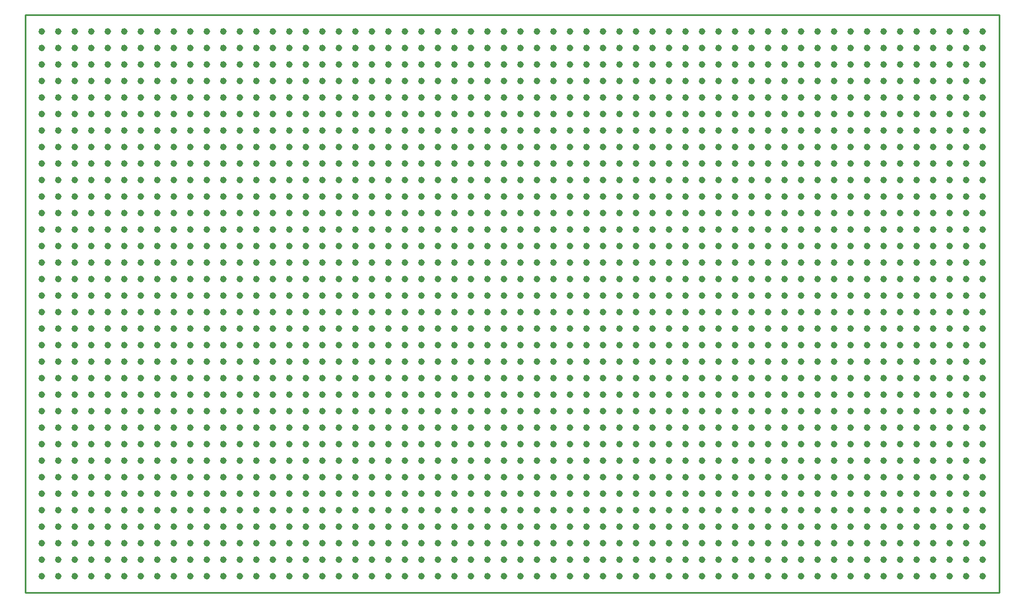
<source format=gm1>
G04*
G04 #@! TF.GenerationSoftware,Altium Limited,Altium Designer,20.0.1 (14)*
G04*
G04 Layer_Color=16711935*
%FSLAX25Y25*%
%MOIN*%
G70*
G01*
G75*
%ADD11C,0.02000*%
%ADD12C,0.01000*%
D11*
X131000Y110000D02*
G03*
X131000Y110000I-1000J0D01*
G01*
X141000D02*
G03*
X141000Y110000I-1000J0D01*
G01*
X151000D02*
G03*
X151000Y110000I-1000J0D01*
G01*
X161000D02*
G03*
X161000Y110000I-1000J0D01*
G01*
X171000D02*
G03*
X171000Y110000I-1000J0D01*
G01*
X181000D02*
G03*
X181000Y110000I-1000J0D01*
G01*
X191000D02*
G03*
X191000Y110000I-1000J0D01*
G01*
X261000D02*
G03*
X261000Y110000I-1000J0D01*
G01*
X251000D02*
G03*
X251000Y110000I-1000J0D01*
G01*
X241000D02*
G03*
X241000Y110000I-1000J0D01*
G01*
X231000D02*
G03*
X231000Y110000I-1000J0D01*
G01*
X221000D02*
G03*
X221000Y110000I-1000J0D01*
G01*
X211000D02*
G03*
X211000Y110000I-1000J0D01*
G01*
X201000D02*
G03*
X201000Y110000I-1000J0D01*
G01*
X331000D02*
G03*
X331000Y110000I-1000J0D01*
G01*
X321000D02*
G03*
X321000Y110000I-1000J0D01*
G01*
X311000D02*
G03*
X311000Y110000I-1000J0D01*
G01*
X301000D02*
G03*
X301000Y110000I-1000J0D01*
G01*
X291000D02*
G03*
X291000Y110000I-1000J0D01*
G01*
X281000D02*
G03*
X281000Y110000I-1000J0D01*
G01*
X271000D02*
G03*
X271000Y110000I-1000J0D01*
G01*
X401000D02*
G03*
X401000Y110000I-1000J0D01*
G01*
X391000D02*
G03*
X391000Y110000I-1000J0D01*
G01*
X381000D02*
G03*
X381000Y110000I-1000J0D01*
G01*
X371000D02*
G03*
X371000Y110000I-1000J0D01*
G01*
X361000D02*
G03*
X361000Y110000I-1000J0D01*
G01*
X351000D02*
G03*
X351000Y110000I-1000J0D01*
G01*
X341000D02*
G03*
X341000Y110000I-1000J0D01*
G01*
X471000D02*
G03*
X471000Y110000I-1000J0D01*
G01*
X461000D02*
G03*
X461000Y110000I-1000J0D01*
G01*
X451000D02*
G03*
X451000Y110000I-1000J0D01*
G01*
X441000D02*
G03*
X441000Y110000I-1000J0D01*
G01*
X431000D02*
G03*
X431000Y110000I-1000J0D01*
G01*
X421000D02*
G03*
X421000Y110000I-1000J0D01*
G01*
X411000D02*
G03*
X411000Y110000I-1000J0D01*
G01*
X541000D02*
G03*
X541000Y110000I-1000J0D01*
G01*
X531000D02*
G03*
X531000Y110000I-1000J0D01*
G01*
X521000D02*
G03*
X521000Y110000I-1000J0D01*
G01*
X511000D02*
G03*
X511000Y110000I-1000J0D01*
G01*
X501000D02*
G03*
X501000Y110000I-1000J0D01*
G01*
X491000D02*
G03*
X491000Y110000I-1000J0D01*
G01*
X481000D02*
G03*
X481000Y110000I-1000J0D01*
G01*
X611000D02*
G03*
X611000Y110000I-1000J0D01*
G01*
X601000D02*
G03*
X601000Y110000I-1000J0D01*
G01*
X591000D02*
G03*
X591000Y110000I-1000J0D01*
G01*
X581000D02*
G03*
X581000Y110000I-1000J0D01*
G01*
X571000D02*
G03*
X571000Y110000I-1000J0D01*
G01*
X561000D02*
G03*
X561000Y110000I-1000J0D01*
G01*
X551000D02*
G03*
X551000Y110000I-1000J0D01*
G01*
X681000D02*
G03*
X681000Y110000I-1000J0D01*
G01*
X671000D02*
G03*
X671000Y110000I-1000J0D01*
G01*
X661000D02*
G03*
X661000Y110000I-1000J0D01*
G01*
X651000D02*
G03*
X651000Y110000I-1000J0D01*
G01*
X641000D02*
G03*
X641000Y110000I-1000J0D01*
G01*
X631000D02*
G03*
X631000Y110000I-1000J0D01*
G01*
X621000D02*
G03*
X621000Y110000I-1000J0D01*
G01*
X691000D02*
G03*
X691000Y110000I-1000J0D01*
G01*
X701000D02*
G03*
X701000Y110000I-1000J0D01*
G01*
X131000Y120000D02*
G03*
X131000Y120000I-1000J0D01*
G01*
X141000D02*
G03*
X141000Y120000I-1000J0D01*
G01*
X151000D02*
G03*
X151000Y120000I-1000J0D01*
G01*
X161000D02*
G03*
X161000Y120000I-1000J0D01*
G01*
X171000D02*
G03*
X171000Y120000I-1000J0D01*
G01*
X181000D02*
G03*
X181000Y120000I-1000J0D01*
G01*
X191000D02*
G03*
X191000Y120000I-1000J0D01*
G01*
X261000D02*
G03*
X261000Y120000I-1000J0D01*
G01*
X251000D02*
G03*
X251000Y120000I-1000J0D01*
G01*
X241000D02*
G03*
X241000Y120000I-1000J0D01*
G01*
X231000D02*
G03*
X231000Y120000I-1000J0D01*
G01*
X221000D02*
G03*
X221000Y120000I-1000J0D01*
G01*
X211000D02*
G03*
X211000Y120000I-1000J0D01*
G01*
X201000D02*
G03*
X201000Y120000I-1000J0D01*
G01*
X331000D02*
G03*
X331000Y120000I-1000J0D01*
G01*
X321000D02*
G03*
X321000Y120000I-1000J0D01*
G01*
X311000D02*
G03*
X311000Y120000I-1000J0D01*
G01*
X301000D02*
G03*
X301000Y120000I-1000J0D01*
G01*
X291000D02*
G03*
X291000Y120000I-1000J0D01*
G01*
X281000D02*
G03*
X281000Y120000I-1000J0D01*
G01*
X271000D02*
G03*
X271000Y120000I-1000J0D01*
G01*
X401000D02*
G03*
X401000Y120000I-1000J0D01*
G01*
X391000D02*
G03*
X391000Y120000I-1000J0D01*
G01*
X381000D02*
G03*
X381000Y120000I-1000J0D01*
G01*
X371000D02*
G03*
X371000Y120000I-1000J0D01*
G01*
X361000D02*
G03*
X361000Y120000I-1000J0D01*
G01*
X351000D02*
G03*
X351000Y120000I-1000J0D01*
G01*
X341000D02*
G03*
X341000Y120000I-1000J0D01*
G01*
X471000D02*
G03*
X471000Y120000I-1000J0D01*
G01*
X461000D02*
G03*
X461000Y120000I-1000J0D01*
G01*
X451000D02*
G03*
X451000Y120000I-1000J0D01*
G01*
X441000D02*
G03*
X441000Y120000I-1000J0D01*
G01*
X431000D02*
G03*
X431000Y120000I-1000J0D01*
G01*
X421000D02*
G03*
X421000Y120000I-1000J0D01*
G01*
X411000D02*
G03*
X411000Y120000I-1000J0D01*
G01*
X541000D02*
G03*
X541000Y120000I-1000J0D01*
G01*
X531000D02*
G03*
X531000Y120000I-1000J0D01*
G01*
X521000D02*
G03*
X521000Y120000I-1000J0D01*
G01*
X511000D02*
G03*
X511000Y120000I-1000J0D01*
G01*
X501000D02*
G03*
X501000Y120000I-1000J0D01*
G01*
X491000D02*
G03*
X491000Y120000I-1000J0D01*
G01*
X481000D02*
G03*
X481000Y120000I-1000J0D01*
G01*
X611000D02*
G03*
X611000Y120000I-1000J0D01*
G01*
X601000D02*
G03*
X601000Y120000I-1000J0D01*
G01*
X591000D02*
G03*
X591000Y120000I-1000J0D01*
G01*
X581000D02*
G03*
X581000Y120000I-1000J0D01*
G01*
X571000D02*
G03*
X571000Y120000I-1000J0D01*
G01*
X561000D02*
G03*
X561000Y120000I-1000J0D01*
G01*
X551000D02*
G03*
X551000Y120000I-1000J0D01*
G01*
X681000D02*
G03*
X681000Y120000I-1000J0D01*
G01*
X671000D02*
G03*
X671000Y120000I-1000J0D01*
G01*
X661000D02*
G03*
X661000Y120000I-1000J0D01*
G01*
X651000D02*
G03*
X651000Y120000I-1000J0D01*
G01*
X641000D02*
G03*
X641000Y120000I-1000J0D01*
G01*
X631000D02*
G03*
X631000Y120000I-1000J0D01*
G01*
X621000D02*
G03*
X621000Y120000I-1000J0D01*
G01*
X691000D02*
G03*
X691000Y120000I-1000J0D01*
G01*
X701000D02*
G03*
X701000Y120000I-1000J0D01*
G01*
X131000Y160000D02*
G03*
X131000Y160000I-1000J0D01*
G01*
X141000D02*
G03*
X141000Y160000I-1000J0D01*
G01*
X151000D02*
G03*
X151000Y160000I-1000J0D01*
G01*
X161000D02*
G03*
X161000Y160000I-1000J0D01*
G01*
X171000D02*
G03*
X171000Y160000I-1000J0D01*
G01*
X181000D02*
G03*
X181000Y160000I-1000J0D01*
G01*
X191000D02*
G03*
X191000Y160000I-1000J0D01*
G01*
X261000D02*
G03*
X261000Y160000I-1000J0D01*
G01*
X251000D02*
G03*
X251000Y160000I-1000J0D01*
G01*
X241000D02*
G03*
X241000Y160000I-1000J0D01*
G01*
X231000D02*
G03*
X231000Y160000I-1000J0D01*
G01*
X221000D02*
G03*
X221000Y160000I-1000J0D01*
G01*
X211000D02*
G03*
X211000Y160000I-1000J0D01*
G01*
X201000D02*
G03*
X201000Y160000I-1000J0D01*
G01*
X331000D02*
G03*
X331000Y160000I-1000J0D01*
G01*
X321000D02*
G03*
X321000Y160000I-1000J0D01*
G01*
X311000D02*
G03*
X311000Y160000I-1000J0D01*
G01*
X301000D02*
G03*
X301000Y160000I-1000J0D01*
G01*
X291000D02*
G03*
X291000Y160000I-1000J0D01*
G01*
X281000D02*
G03*
X281000Y160000I-1000J0D01*
G01*
X271000D02*
G03*
X271000Y160000I-1000J0D01*
G01*
X401000D02*
G03*
X401000Y160000I-1000J0D01*
G01*
X391000D02*
G03*
X391000Y160000I-1000J0D01*
G01*
X381000D02*
G03*
X381000Y160000I-1000J0D01*
G01*
X371000D02*
G03*
X371000Y160000I-1000J0D01*
G01*
X361000D02*
G03*
X361000Y160000I-1000J0D01*
G01*
X351000D02*
G03*
X351000Y160000I-1000J0D01*
G01*
X341000D02*
G03*
X341000Y160000I-1000J0D01*
G01*
X471000D02*
G03*
X471000Y160000I-1000J0D01*
G01*
X461000D02*
G03*
X461000Y160000I-1000J0D01*
G01*
X451000D02*
G03*
X451000Y160000I-1000J0D01*
G01*
X441000D02*
G03*
X441000Y160000I-1000J0D01*
G01*
X431000D02*
G03*
X431000Y160000I-1000J0D01*
G01*
X421000D02*
G03*
X421000Y160000I-1000J0D01*
G01*
X411000D02*
G03*
X411000Y160000I-1000J0D01*
G01*
X541000D02*
G03*
X541000Y160000I-1000J0D01*
G01*
X531000D02*
G03*
X531000Y160000I-1000J0D01*
G01*
X521000D02*
G03*
X521000Y160000I-1000J0D01*
G01*
X511000D02*
G03*
X511000Y160000I-1000J0D01*
G01*
X501000D02*
G03*
X501000Y160000I-1000J0D01*
G01*
X491000D02*
G03*
X491000Y160000I-1000J0D01*
G01*
X481000D02*
G03*
X481000Y160000I-1000J0D01*
G01*
X611000D02*
G03*
X611000Y160000I-1000J0D01*
G01*
X601000D02*
G03*
X601000Y160000I-1000J0D01*
G01*
X591000D02*
G03*
X591000Y160000I-1000J0D01*
G01*
X581000D02*
G03*
X581000Y160000I-1000J0D01*
G01*
X571000D02*
G03*
X571000Y160000I-1000J0D01*
G01*
X561000D02*
G03*
X561000Y160000I-1000J0D01*
G01*
X551000D02*
G03*
X551000Y160000I-1000J0D01*
G01*
X681000D02*
G03*
X681000Y160000I-1000J0D01*
G01*
X671000D02*
G03*
X671000Y160000I-1000J0D01*
G01*
X661000D02*
G03*
X661000Y160000I-1000J0D01*
G01*
X651000D02*
G03*
X651000Y160000I-1000J0D01*
G01*
X641000D02*
G03*
X641000Y160000I-1000J0D01*
G01*
X631000D02*
G03*
X631000Y160000I-1000J0D01*
G01*
X621000D02*
G03*
X621000Y160000I-1000J0D01*
G01*
X691000D02*
G03*
X691000Y160000I-1000J0D01*
G01*
X701000D02*
G03*
X701000Y160000I-1000J0D01*
G01*
Y150000D02*
G03*
X701000Y150000I-1000J0D01*
G01*
X691000D02*
G03*
X691000Y150000I-1000J0D01*
G01*
X621000D02*
G03*
X621000Y150000I-1000J0D01*
G01*
X631000D02*
G03*
X631000Y150000I-1000J0D01*
G01*
X641000D02*
G03*
X641000Y150000I-1000J0D01*
G01*
X651000D02*
G03*
X651000Y150000I-1000J0D01*
G01*
X661000D02*
G03*
X661000Y150000I-1000J0D01*
G01*
X671000D02*
G03*
X671000Y150000I-1000J0D01*
G01*
X681000D02*
G03*
X681000Y150000I-1000J0D01*
G01*
X551000D02*
G03*
X551000Y150000I-1000J0D01*
G01*
X561000D02*
G03*
X561000Y150000I-1000J0D01*
G01*
X571000D02*
G03*
X571000Y150000I-1000J0D01*
G01*
X581000D02*
G03*
X581000Y150000I-1000J0D01*
G01*
X591000D02*
G03*
X591000Y150000I-1000J0D01*
G01*
X601000D02*
G03*
X601000Y150000I-1000J0D01*
G01*
X611000D02*
G03*
X611000Y150000I-1000J0D01*
G01*
X481000D02*
G03*
X481000Y150000I-1000J0D01*
G01*
X491000D02*
G03*
X491000Y150000I-1000J0D01*
G01*
X501000D02*
G03*
X501000Y150000I-1000J0D01*
G01*
X511000D02*
G03*
X511000Y150000I-1000J0D01*
G01*
X521000D02*
G03*
X521000Y150000I-1000J0D01*
G01*
X531000D02*
G03*
X531000Y150000I-1000J0D01*
G01*
X541000D02*
G03*
X541000Y150000I-1000J0D01*
G01*
X411000D02*
G03*
X411000Y150000I-1000J0D01*
G01*
X421000D02*
G03*
X421000Y150000I-1000J0D01*
G01*
X431000D02*
G03*
X431000Y150000I-1000J0D01*
G01*
X441000D02*
G03*
X441000Y150000I-1000J0D01*
G01*
X451000D02*
G03*
X451000Y150000I-1000J0D01*
G01*
X461000D02*
G03*
X461000Y150000I-1000J0D01*
G01*
X471000D02*
G03*
X471000Y150000I-1000J0D01*
G01*
X341000D02*
G03*
X341000Y150000I-1000J0D01*
G01*
X351000D02*
G03*
X351000Y150000I-1000J0D01*
G01*
X361000D02*
G03*
X361000Y150000I-1000J0D01*
G01*
X371000D02*
G03*
X371000Y150000I-1000J0D01*
G01*
X381000D02*
G03*
X381000Y150000I-1000J0D01*
G01*
X391000D02*
G03*
X391000Y150000I-1000J0D01*
G01*
X401000D02*
G03*
X401000Y150000I-1000J0D01*
G01*
X271000D02*
G03*
X271000Y150000I-1000J0D01*
G01*
X281000D02*
G03*
X281000Y150000I-1000J0D01*
G01*
X291000D02*
G03*
X291000Y150000I-1000J0D01*
G01*
X301000D02*
G03*
X301000Y150000I-1000J0D01*
G01*
X311000D02*
G03*
X311000Y150000I-1000J0D01*
G01*
X321000D02*
G03*
X321000Y150000I-1000J0D01*
G01*
X331000D02*
G03*
X331000Y150000I-1000J0D01*
G01*
X201000D02*
G03*
X201000Y150000I-1000J0D01*
G01*
X211000D02*
G03*
X211000Y150000I-1000J0D01*
G01*
X221000D02*
G03*
X221000Y150000I-1000J0D01*
G01*
X231000D02*
G03*
X231000Y150000I-1000J0D01*
G01*
X241000D02*
G03*
X241000Y150000I-1000J0D01*
G01*
X251000D02*
G03*
X251000Y150000I-1000J0D01*
G01*
X261000D02*
G03*
X261000Y150000I-1000J0D01*
G01*
X191000D02*
G03*
X191000Y150000I-1000J0D01*
G01*
X181000D02*
G03*
X181000Y150000I-1000J0D01*
G01*
X171000D02*
G03*
X171000Y150000I-1000J0D01*
G01*
X161000D02*
G03*
X161000Y150000I-1000J0D01*
G01*
X151000D02*
G03*
X151000Y150000I-1000J0D01*
G01*
X141000D02*
G03*
X141000Y150000I-1000J0D01*
G01*
X131000D02*
G03*
X131000Y150000I-1000J0D01*
G01*
X701000Y140000D02*
G03*
X701000Y140000I-1000J0D01*
G01*
X691000D02*
G03*
X691000Y140000I-1000J0D01*
G01*
X621000D02*
G03*
X621000Y140000I-1000J0D01*
G01*
X631000D02*
G03*
X631000Y140000I-1000J0D01*
G01*
X641000D02*
G03*
X641000Y140000I-1000J0D01*
G01*
X651000D02*
G03*
X651000Y140000I-1000J0D01*
G01*
X661000D02*
G03*
X661000Y140000I-1000J0D01*
G01*
X671000D02*
G03*
X671000Y140000I-1000J0D01*
G01*
X681000D02*
G03*
X681000Y140000I-1000J0D01*
G01*
X551000D02*
G03*
X551000Y140000I-1000J0D01*
G01*
X561000D02*
G03*
X561000Y140000I-1000J0D01*
G01*
X571000D02*
G03*
X571000Y140000I-1000J0D01*
G01*
X581000D02*
G03*
X581000Y140000I-1000J0D01*
G01*
X591000D02*
G03*
X591000Y140000I-1000J0D01*
G01*
X601000D02*
G03*
X601000Y140000I-1000J0D01*
G01*
X611000D02*
G03*
X611000Y140000I-1000J0D01*
G01*
X481000D02*
G03*
X481000Y140000I-1000J0D01*
G01*
X491000D02*
G03*
X491000Y140000I-1000J0D01*
G01*
X501000D02*
G03*
X501000Y140000I-1000J0D01*
G01*
X511000D02*
G03*
X511000Y140000I-1000J0D01*
G01*
X521000D02*
G03*
X521000Y140000I-1000J0D01*
G01*
X531000D02*
G03*
X531000Y140000I-1000J0D01*
G01*
X541000D02*
G03*
X541000Y140000I-1000J0D01*
G01*
X411000D02*
G03*
X411000Y140000I-1000J0D01*
G01*
X421000D02*
G03*
X421000Y140000I-1000J0D01*
G01*
X431000D02*
G03*
X431000Y140000I-1000J0D01*
G01*
X441000D02*
G03*
X441000Y140000I-1000J0D01*
G01*
X451000D02*
G03*
X451000Y140000I-1000J0D01*
G01*
X461000D02*
G03*
X461000Y140000I-1000J0D01*
G01*
X471000D02*
G03*
X471000Y140000I-1000J0D01*
G01*
X341000D02*
G03*
X341000Y140000I-1000J0D01*
G01*
X351000D02*
G03*
X351000Y140000I-1000J0D01*
G01*
X361000D02*
G03*
X361000Y140000I-1000J0D01*
G01*
X371000D02*
G03*
X371000Y140000I-1000J0D01*
G01*
X381000D02*
G03*
X381000Y140000I-1000J0D01*
G01*
X391000D02*
G03*
X391000Y140000I-1000J0D01*
G01*
X401000D02*
G03*
X401000Y140000I-1000J0D01*
G01*
X271000D02*
G03*
X271000Y140000I-1000J0D01*
G01*
X281000D02*
G03*
X281000Y140000I-1000J0D01*
G01*
X291000D02*
G03*
X291000Y140000I-1000J0D01*
G01*
X301000D02*
G03*
X301000Y140000I-1000J0D01*
G01*
X311000D02*
G03*
X311000Y140000I-1000J0D01*
G01*
X321000D02*
G03*
X321000Y140000I-1000J0D01*
G01*
X331000D02*
G03*
X331000Y140000I-1000J0D01*
G01*
X201000D02*
G03*
X201000Y140000I-1000J0D01*
G01*
X211000D02*
G03*
X211000Y140000I-1000J0D01*
G01*
X221000D02*
G03*
X221000Y140000I-1000J0D01*
G01*
X231000D02*
G03*
X231000Y140000I-1000J0D01*
G01*
X241000D02*
G03*
X241000Y140000I-1000J0D01*
G01*
X251000D02*
G03*
X251000Y140000I-1000J0D01*
G01*
X261000D02*
G03*
X261000Y140000I-1000J0D01*
G01*
X191000D02*
G03*
X191000Y140000I-1000J0D01*
G01*
X181000D02*
G03*
X181000Y140000I-1000J0D01*
G01*
X171000D02*
G03*
X171000Y140000I-1000J0D01*
G01*
X161000D02*
G03*
X161000Y140000I-1000J0D01*
G01*
X151000D02*
G03*
X151000Y140000I-1000J0D01*
G01*
X141000D02*
G03*
X141000Y140000I-1000J0D01*
G01*
X131000D02*
G03*
X131000Y140000I-1000J0D01*
G01*
X701000Y130000D02*
G03*
X701000Y130000I-1000J0D01*
G01*
X691000D02*
G03*
X691000Y130000I-1000J0D01*
G01*
X621000D02*
G03*
X621000Y130000I-1000J0D01*
G01*
X631000D02*
G03*
X631000Y130000I-1000J0D01*
G01*
X641000D02*
G03*
X641000Y130000I-1000J0D01*
G01*
X651000D02*
G03*
X651000Y130000I-1000J0D01*
G01*
X661000D02*
G03*
X661000Y130000I-1000J0D01*
G01*
X671000D02*
G03*
X671000Y130000I-1000J0D01*
G01*
X681000D02*
G03*
X681000Y130000I-1000J0D01*
G01*
X551000D02*
G03*
X551000Y130000I-1000J0D01*
G01*
X561000D02*
G03*
X561000Y130000I-1000J0D01*
G01*
X571000D02*
G03*
X571000Y130000I-1000J0D01*
G01*
X581000D02*
G03*
X581000Y130000I-1000J0D01*
G01*
X591000D02*
G03*
X591000Y130000I-1000J0D01*
G01*
X601000D02*
G03*
X601000Y130000I-1000J0D01*
G01*
X611000D02*
G03*
X611000Y130000I-1000J0D01*
G01*
X481000D02*
G03*
X481000Y130000I-1000J0D01*
G01*
X491000D02*
G03*
X491000Y130000I-1000J0D01*
G01*
X501000D02*
G03*
X501000Y130000I-1000J0D01*
G01*
X511000D02*
G03*
X511000Y130000I-1000J0D01*
G01*
X521000D02*
G03*
X521000Y130000I-1000J0D01*
G01*
X531000D02*
G03*
X531000Y130000I-1000J0D01*
G01*
X541000D02*
G03*
X541000Y130000I-1000J0D01*
G01*
X411000D02*
G03*
X411000Y130000I-1000J0D01*
G01*
X421000D02*
G03*
X421000Y130000I-1000J0D01*
G01*
X431000D02*
G03*
X431000Y130000I-1000J0D01*
G01*
X441000D02*
G03*
X441000Y130000I-1000J0D01*
G01*
X451000D02*
G03*
X451000Y130000I-1000J0D01*
G01*
X461000D02*
G03*
X461000Y130000I-1000J0D01*
G01*
X471000D02*
G03*
X471000Y130000I-1000J0D01*
G01*
X341000D02*
G03*
X341000Y130000I-1000J0D01*
G01*
X351000D02*
G03*
X351000Y130000I-1000J0D01*
G01*
X361000D02*
G03*
X361000Y130000I-1000J0D01*
G01*
X371000D02*
G03*
X371000Y130000I-1000J0D01*
G01*
X381000D02*
G03*
X381000Y130000I-1000J0D01*
G01*
X391000D02*
G03*
X391000Y130000I-1000J0D01*
G01*
X401000D02*
G03*
X401000Y130000I-1000J0D01*
G01*
X271000D02*
G03*
X271000Y130000I-1000J0D01*
G01*
X281000D02*
G03*
X281000Y130000I-1000J0D01*
G01*
X291000D02*
G03*
X291000Y130000I-1000J0D01*
G01*
X301000D02*
G03*
X301000Y130000I-1000J0D01*
G01*
X311000D02*
G03*
X311000Y130000I-1000J0D01*
G01*
X321000D02*
G03*
X321000Y130000I-1000J0D01*
G01*
X331000D02*
G03*
X331000Y130000I-1000J0D01*
G01*
X201000D02*
G03*
X201000Y130000I-1000J0D01*
G01*
X211000D02*
G03*
X211000Y130000I-1000J0D01*
G01*
X221000D02*
G03*
X221000Y130000I-1000J0D01*
G01*
X231000D02*
G03*
X231000Y130000I-1000J0D01*
G01*
X241000D02*
G03*
X241000Y130000I-1000J0D01*
G01*
X251000D02*
G03*
X251000Y130000I-1000J0D01*
G01*
X261000D02*
G03*
X261000Y130000I-1000J0D01*
G01*
X191000D02*
G03*
X191000Y130000I-1000J0D01*
G01*
X181000D02*
G03*
X181000Y130000I-1000J0D01*
G01*
X171000D02*
G03*
X171000Y130000I-1000J0D01*
G01*
X161000D02*
G03*
X161000Y130000I-1000J0D01*
G01*
X151000D02*
G03*
X151000Y130000I-1000J0D01*
G01*
X141000D02*
G03*
X141000Y130000I-1000J0D01*
G01*
X131000D02*
G03*
X131000Y130000I-1000J0D01*
G01*
Y200000D02*
G03*
X131000Y200000I-1000J0D01*
G01*
X141000D02*
G03*
X141000Y200000I-1000J0D01*
G01*
X151000D02*
G03*
X151000Y200000I-1000J0D01*
G01*
X161000D02*
G03*
X161000Y200000I-1000J0D01*
G01*
X171000D02*
G03*
X171000Y200000I-1000J0D01*
G01*
X181000D02*
G03*
X181000Y200000I-1000J0D01*
G01*
X191000D02*
G03*
X191000Y200000I-1000J0D01*
G01*
X261000D02*
G03*
X261000Y200000I-1000J0D01*
G01*
X251000D02*
G03*
X251000Y200000I-1000J0D01*
G01*
X241000D02*
G03*
X241000Y200000I-1000J0D01*
G01*
X231000D02*
G03*
X231000Y200000I-1000J0D01*
G01*
X221000D02*
G03*
X221000Y200000I-1000J0D01*
G01*
X211000D02*
G03*
X211000Y200000I-1000J0D01*
G01*
X201000D02*
G03*
X201000Y200000I-1000J0D01*
G01*
X331000D02*
G03*
X331000Y200000I-1000J0D01*
G01*
X321000D02*
G03*
X321000Y200000I-1000J0D01*
G01*
X311000D02*
G03*
X311000Y200000I-1000J0D01*
G01*
X301000D02*
G03*
X301000Y200000I-1000J0D01*
G01*
X291000D02*
G03*
X291000Y200000I-1000J0D01*
G01*
X281000D02*
G03*
X281000Y200000I-1000J0D01*
G01*
X271000D02*
G03*
X271000Y200000I-1000J0D01*
G01*
X401000D02*
G03*
X401000Y200000I-1000J0D01*
G01*
X391000D02*
G03*
X391000Y200000I-1000J0D01*
G01*
X381000D02*
G03*
X381000Y200000I-1000J0D01*
G01*
X371000D02*
G03*
X371000Y200000I-1000J0D01*
G01*
X361000D02*
G03*
X361000Y200000I-1000J0D01*
G01*
X351000D02*
G03*
X351000Y200000I-1000J0D01*
G01*
X341000D02*
G03*
X341000Y200000I-1000J0D01*
G01*
X471000D02*
G03*
X471000Y200000I-1000J0D01*
G01*
X461000D02*
G03*
X461000Y200000I-1000J0D01*
G01*
X451000D02*
G03*
X451000Y200000I-1000J0D01*
G01*
X441000D02*
G03*
X441000Y200000I-1000J0D01*
G01*
X431000D02*
G03*
X431000Y200000I-1000J0D01*
G01*
X421000D02*
G03*
X421000Y200000I-1000J0D01*
G01*
X411000D02*
G03*
X411000Y200000I-1000J0D01*
G01*
X541000D02*
G03*
X541000Y200000I-1000J0D01*
G01*
X531000D02*
G03*
X531000Y200000I-1000J0D01*
G01*
X521000D02*
G03*
X521000Y200000I-1000J0D01*
G01*
X511000D02*
G03*
X511000Y200000I-1000J0D01*
G01*
X501000D02*
G03*
X501000Y200000I-1000J0D01*
G01*
X491000D02*
G03*
X491000Y200000I-1000J0D01*
G01*
X481000D02*
G03*
X481000Y200000I-1000J0D01*
G01*
X611000D02*
G03*
X611000Y200000I-1000J0D01*
G01*
X601000D02*
G03*
X601000Y200000I-1000J0D01*
G01*
X591000D02*
G03*
X591000Y200000I-1000J0D01*
G01*
X581000D02*
G03*
X581000Y200000I-1000J0D01*
G01*
X571000D02*
G03*
X571000Y200000I-1000J0D01*
G01*
X561000D02*
G03*
X561000Y200000I-1000J0D01*
G01*
X551000D02*
G03*
X551000Y200000I-1000J0D01*
G01*
X681000D02*
G03*
X681000Y200000I-1000J0D01*
G01*
X671000D02*
G03*
X671000Y200000I-1000J0D01*
G01*
X661000D02*
G03*
X661000Y200000I-1000J0D01*
G01*
X651000D02*
G03*
X651000Y200000I-1000J0D01*
G01*
X641000D02*
G03*
X641000Y200000I-1000J0D01*
G01*
X631000D02*
G03*
X631000Y200000I-1000J0D01*
G01*
X621000D02*
G03*
X621000Y200000I-1000J0D01*
G01*
X691000D02*
G03*
X691000Y200000I-1000J0D01*
G01*
X701000D02*
G03*
X701000Y200000I-1000J0D01*
G01*
Y190000D02*
G03*
X701000Y190000I-1000J0D01*
G01*
X691000D02*
G03*
X691000Y190000I-1000J0D01*
G01*
X621000D02*
G03*
X621000Y190000I-1000J0D01*
G01*
X631000D02*
G03*
X631000Y190000I-1000J0D01*
G01*
X641000D02*
G03*
X641000Y190000I-1000J0D01*
G01*
X651000D02*
G03*
X651000Y190000I-1000J0D01*
G01*
X661000D02*
G03*
X661000Y190000I-1000J0D01*
G01*
X671000D02*
G03*
X671000Y190000I-1000J0D01*
G01*
X681000D02*
G03*
X681000Y190000I-1000J0D01*
G01*
X551000D02*
G03*
X551000Y190000I-1000J0D01*
G01*
X561000D02*
G03*
X561000Y190000I-1000J0D01*
G01*
X571000D02*
G03*
X571000Y190000I-1000J0D01*
G01*
X581000D02*
G03*
X581000Y190000I-1000J0D01*
G01*
X591000D02*
G03*
X591000Y190000I-1000J0D01*
G01*
X601000D02*
G03*
X601000Y190000I-1000J0D01*
G01*
X611000D02*
G03*
X611000Y190000I-1000J0D01*
G01*
X481000D02*
G03*
X481000Y190000I-1000J0D01*
G01*
X491000D02*
G03*
X491000Y190000I-1000J0D01*
G01*
X501000D02*
G03*
X501000Y190000I-1000J0D01*
G01*
X511000D02*
G03*
X511000Y190000I-1000J0D01*
G01*
X521000D02*
G03*
X521000Y190000I-1000J0D01*
G01*
X531000D02*
G03*
X531000Y190000I-1000J0D01*
G01*
X541000D02*
G03*
X541000Y190000I-1000J0D01*
G01*
X411000D02*
G03*
X411000Y190000I-1000J0D01*
G01*
X421000D02*
G03*
X421000Y190000I-1000J0D01*
G01*
X431000D02*
G03*
X431000Y190000I-1000J0D01*
G01*
X441000D02*
G03*
X441000Y190000I-1000J0D01*
G01*
X451000D02*
G03*
X451000Y190000I-1000J0D01*
G01*
X461000D02*
G03*
X461000Y190000I-1000J0D01*
G01*
X471000D02*
G03*
X471000Y190000I-1000J0D01*
G01*
X341000D02*
G03*
X341000Y190000I-1000J0D01*
G01*
X351000D02*
G03*
X351000Y190000I-1000J0D01*
G01*
X361000D02*
G03*
X361000Y190000I-1000J0D01*
G01*
X371000D02*
G03*
X371000Y190000I-1000J0D01*
G01*
X381000D02*
G03*
X381000Y190000I-1000J0D01*
G01*
X391000D02*
G03*
X391000Y190000I-1000J0D01*
G01*
X401000D02*
G03*
X401000Y190000I-1000J0D01*
G01*
X271000D02*
G03*
X271000Y190000I-1000J0D01*
G01*
X281000D02*
G03*
X281000Y190000I-1000J0D01*
G01*
X291000D02*
G03*
X291000Y190000I-1000J0D01*
G01*
X301000D02*
G03*
X301000Y190000I-1000J0D01*
G01*
X311000D02*
G03*
X311000Y190000I-1000J0D01*
G01*
X321000D02*
G03*
X321000Y190000I-1000J0D01*
G01*
X331000D02*
G03*
X331000Y190000I-1000J0D01*
G01*
X201000D02*
G03*
X201000Y190000I-1000J0D01*
G01*
X211000D02*
G03*
X211000Y190000I-1000J0D01*
G01*
X221000D02*
G03*
X221000Y190000I-1000J0D01*
G01*
X231000D02*
G03*
X231000Y190000I-1000J0D01*
G01*
X241000D02*
G03*
X241000Y190000I-1000J0D01*
G01*
X251000D02*
G03*
X251000Y190000I-1000J0D01*
G01*
X261000D02*
G03*
X261000Y190000I-1000J0D01*
G01*
X191000D02*
G03*
X191000Y190000I-1000J0D01*
G01*
X181000D02*
G03*
X181000Y190000I-1000J0D01*
G01*
X171000D02*
G03*
X171000Y190000I-1000J0D01*
G01*
X161000D02*
G03*
X161000Y190000I-1000J0D01*
G01*
X151000D02*
G03*
X151000Y190000I-1000J0D01*
G01*
X141000D02*
G03*
X141000Y190000I-1000J0D01*
G01*
X131000D02*
G03*
X131000Y190000I-1000J0D01*
G01*
X701000Y180000D02*
G03*
X701000Y180000I-1000J0D01*
G01*
X691000D02*
G03*
X691000Y180000I-1000J0D01*
G01*
X621000D02*
G03*
X621000Y180000I-1000J0D01*
G01*
X631000D02*
G03*
X631000Y180000I-1000J0D01*
G01*
X641000D02*
G03*
X641000Y180000I-1000J0D01*
G01*
X651000D02*
G03*
X651000Y180000I-1000J0D01*
G01*
X661000D02*
G03*
X661000Y180000I-1000J0D01*
G01*
X671000D02*
G03*
X671000Y180000I-1000J0D01*
G01*
X681000D02*
G03*
X681000Y180000I-1000J0D01*
G01*
X551000D02*
G03*
X551000Y180000I-1000J0D01*
G01*
X561000D02*
G03*
X561000Y180000I-1000J0D01*
G01*
X571000D02*
G03*
X571000Y180000I-1000J0D01*
G01*
X581000D02*
G03*
X581000Y180000I-1000J0D01*
G01*
X591000D02*
G03*
X591000Y180000I-1000J0D01*
G01*
X601000D02*
G03*
X601000Y180000I-1000J0D01*
G01*
X611000D02*
G03*
X611000Y180000I-1000J0D01*
G01*
X481000D02*
G03*
X481000Y180000I-1000J0D01*
G01*
X491000D02*
G03*
X491000Y180000I-1000J0D01*
G01*
X501000D02*
G03*
X501000Y180000I-1000J0D01*
G01*
X511000D02*
G03*
X511000Y180000I-1000J0D01*
G01*
X521000D02*
G03*
X521000Y180000I-1000J0D01*
G01*
X531000D02*
G03*
X531000Y180000I-1000J0D01*
G01*
X541000D02*
G03*
X541000Y180000I-1000J0D01*
G01*
X411000D02*
G03*
X411000Y180000I-1000J0D01*
G01*
X421000D02*
G03*
X421000Y180000I-1000J0D01*
G01*
X431000D02*
G03*
X431000Y180000I-1000J0D01*
G01*
X441000D02*
G03*
X441000Y180000I-1000J0D01*
G01*
X451000D02*
G03*
X451000Y180000I-1000J0D01*
G01*
X461000D02*
G03*
X461000Y180000I-1000J0D01*
G01*
X471000D02*
G03*
X471000Y180000I-1000J0D01*
G01*
X341000D02*
G03*
X341000Y180000I-1000J0D01*
G01*
X351000D02*
G03*
X351000Y180000I-1000J0D01*
G01*
X361000D02*
G03*
X361000Y180000I-1000J0D01*
G01*
X371000D02*
G03*
X371000Y180000I-1000J0D01*
G01*
X381000D02*
G03*
X381000Y180000I-1000J0D01*
G01*
X391000D02*
G03*
X391000Y180000I-1000J0D01*
G01*
X401000D02*
G03*
X401000Y180000I-1000J0D01*
G01*
X271000D02*
G03*
X271000Y180000I-1000J0D01*
G01*
X281000D02*
G03*
X281000Y180000I-1000J0D01*
G01*
X291000D02*
G03*
X291000Y180000I-1000J0D01*
G01*
X301000D02*
G03*
X301000Y180000I-1000J0D01*
G01*
X311000D02*
G03*
X311000Y180000I-1000J0D01*
G01*
X321000D02*
G03*
X321000Y180000I-1000J0D01*
G01*
X331000D02*
G03*
X331000Y180000I-1000J0D01*
G01*
X201000D02*
G03*
X201000Y180000I-1000J0D01*
G01*
X211000D02*
G03*
X211000Y180000I-1000J0D01*
G01*
X221000D02*
G03*
X221000Y180000I-1000J0D01*
G01*
X231000D02*
G03*
X231000Y180000I-1000J0D01*
G01*
X241000D02*
G03*
X241000Y180000I-1000J0D01*
G01*
X251000D02*
G03*
X251000Y180000I-1000J0D01*
G01*
X261000D02*
G03*
X261000Y180000I-1000J0D01*
G01*
X191000D02*
G03*
X191000Y180000I-1000J0D01*
G01*
X181000D02*
G03*
X181000Y180000I-1000J0D01*
G01*
X171000D02*
G03*
X171000Y180000I-1000J0D01*
G01*
X161000D02*
G03*
X161000Y180000I-1000J0D01*
G01*
X151000D02*
G03*
X151000Y180000I-1000J0D01*
G01*
X141000D02*
G03*
X141000Y180000I-1000J0D01*
G01*
X131000D02*
G03*
X131000Y180000I-1000J0D01*
G01*
X701000Y170000D02*
G03*
X701000Y170000I-1000J0D01*
G01*
X691000D02*
G03*
X691000Y170000I-1000J0D01*
G01*
X621000D02*
G03*
X621000Y170000I-1000J0D01*
G01*
X631000D02*
G03*
X631000Y170000I-1000J0D01*
G01*
X641000D02*
G03*
X641000Y170000I-1000J0D01*
G01*
X651000D02*
G03*
X651000Y170000I-1000J0D01*
G01*
X661000D02*
G03*
X661000Y170000I-1000J0D01*
G01*
X671000D02*
G03*
X671000Y170000I-1000J0D01*
G01*
X681000D02*
G03*
X681000Y170000I-1000J0D01*
G01*
X551000D02*
G03*
X551000Y170000I-1000J0D01*
G01*
X561000D02*
G03*
X561000Y170000I-1000J0D01*
G01*
X571000D02*
G03*
X571000Y170000I-1000J0D01*
G01*
X581000D02*
G03*
X581000Y170000I-1000J0D01*
G01*
X591000D02*
G03*
X591000Y170000I-1000J0D01*
G01*
X601000D02*
G03*
X601000Y170000I-1000J0D01*
G01*
X611000D02*
G03*
X611000Y170000I-1000J0D01*
G01*
X481000D02*
G03*
X481000Y170000I-1000J0D01*
G01*
X491000D02*
G03*
X491000Y170000I-1000J0D01*
G01*
X501000D02*
G03*
X501000Y170000I-1000J0D01*
G01*
X511000D02*
G03*
X511000Y170000I-1000J0D01*
G01*
X521000D02*
G03*
X521000Y170000I-1000J0D01*
G01*
X531000D02*
G03*
X531000Y170000I-1000J0D01*
G01*
X541000D02*
G03*
X541000Y170000I-1000J0D01*
G01*
X411000D02*
G03*
X411000Y170000I-1000J0D01*
G01*
X421000D02*
G03*
X421000Y170000I-1000J0D01*
G01*
X431000D02*
G03*
X431000Y170000I-1000J0D01*
G01*
X441000D02*
G03*
X441000Y170000I-1000J0D01*
G01*
X451000D02*
G03*
X451000Y170000I-1000J0D01*
G01*
X461000D02*
G03*
X461000Y170000I-1000J0D01*
G01*
X471000D02*
G03*
X471000Y170000I-1000J0D01*
G01*
X341000D02*
G03*
X341000Y170000I-1000J0D01*
G01*
X351000D02*
G03*
X351000Y170000I-1000J0D01*
G01*
X361000D02*
G03*
X361000Y170000I-1000J0D01*
G01*
X371000D02*
G03*
X371000Y170000I-1000J0D01*
G01*
X381000D02*
G03*
X381000Y170000I-1000J0D01*
G01*
X391000D02*
G03*
X391000Y170000I-1000J0D01*
G01*
X401000D02*
G03*
X401000Y170000I-1000J0D01*
G01*
X271000D02*
G03*
X271000Y170000I-1000J0D01*
G01*
X281000D02*
G03*
X281000Y170000I-1000J0D01*
G01*
X291000D02*
G03*
X291000Y170000I-1000J0D01*
G01*
X301000D02*
G03*
X301000Y170000I-1000J0D01*
G01*
X311000D02*
G03*
X311000Y170000I-1000J0D01*
G01*
X321000D02*
G03*
X321000Y170000I-1000J0D01*
G01*
X331000D02*
G03*
X331000Y170000I-1000J0D01*
G01*
X201000D02*
G03*
X201000Y170000I-1000J0D01*
G01*
X211000D02*
G03*
X211000Y170000I-1000J0D01*
G01*
X221000D02*
G03*
X221000Y170000I-1000J0D01*
G01*
X231000D02*
G03*
X231000Y170000I-1000J0D01*
G01*
X241000D02*
G03*
X241000Y170000I-1000J0D01*
G01*
X251000D02*
G03*
X251000Y170000I-1000J0D01*
G01*
X261000D02*
G03*
X261000Y170000I-1000J0D01*
G01*
X191000D02*
G03*
X191000Y170000I-1000J0D01*
G01*
X181000D02*
G03*
X181000Y170000I-1000J0D01*
G01*
X171000D02*
G03*
X171000Y170000I-1000J0D01*
G01*
X161000D02*
G03*
X161000Y170000I-1000J0D01*
G01*
X151000D02*
G03*
X151000Y170000I-1000J0D01*
G01*
X141000D02*
G03*
X141000Y170000I-1000J0D01*
G01*
X131000D02*
G03*
X131000Y170000I-1000J0D01*
G01*
Y240000D02*
G03*
X131000Y240000I-1000J0D01*
G01*
X141000D02*
G03*
X141000Y240000I-1000J0D01*
G01*
X151000D02*
G03*
X151000Y240000I-1000J0D01*
G01*
X161000D02*
G03*
X161000Y240000I-1000J0D01*
G01*
X171000D02*
G03*
X171000Y240000I-1000J0D01*
G01*
X181000D02*
G03*
X181000Y240000I-1000J0D01*
G01*
X191000D02*
G03*
X191000Y240000I-1000J0D01*
G01*
X261000D02*
G03*
X261000Y240000I-1000J0D01*
G01*
X251000D02*
G03*
X251000Y240000I-1000J0D01*
G01*
X241000D02*
G03*
X241000Y240000I-1000J0D01*
G01*
X231000D02*
G03*
X231000Y240000I-1000J0D01*
G01*
X221000D02*
G03*
X221000Y240000I-1000J0D01*
G01*
X211000D02*
G03*
X211000Y240000I-1000J0D01*
G01*
X201000D02*
G03*
X201000Y240000I-1000J0D01*
G01*
X331000D02*
G03*
X331000Y240000I-1000J0D01*
G01*
X321000D02*
G03*
X321000Y240000I-1000J0D01*
G01*
X311000D02*
G03*
X311000Y240000I-1000J0D01*
G01*
X301000D02*
G03*
X301000Y240000I-1000J0D01*
G01*
X291000D02*
G03*
X291000Y240000I-1000J0D01*
G01*
X281000D02*
G03*
X281000Y240000I-1000J0D01*
G01*
X271000D02*
G03*
X271000Y240000I-1000J0D01*
G01*
X401000D02*
G03*
X401000Y240000I-1000J0D01*
G01*
X391000D02*
G03*
X391000Y240000I-1000J0D01*
G01*
X381000D02*
G03*
X381000Y240000I-1000J0D01*
G01*
X371000D02*
G03*
X371000Y240000I-1000J0D01*
G01*
X361000D02*
G03*
X361000Y240000I-1000J0D01*
G01*
X351000D02*
G03*
X351000Y240000I-1000J0D01*
G01*
X341000D02*
G03*
X341000Y240000I-1000J0D01*
G01*
X471000D02*
G03*
X471000Y240000I-1000J0D01*
G01*
X461000D02*
G03*
X461000Y240000I-1000J0D01*
G01*
X451000D02*
G03*
X451000Y240000I-1000J0D01*
G01*
X441000D02*
G03*
X441000Y240000I-1000J0D01*
G01*
X431000D02*
G03*
X431000Y240000I-1000J0D01*
G01*
X421000D02*
G03*
X421000Y240000I-1000J0D01*
G01*
X411000D02*
G03*
X411000Y240000I-1000J0D01*
G01*
X541000D02*
G03*
X541000Y240000I-1000J0D01*
G01*
X531000D02*
G03*
X531000Y240000I-1000J0D01*
G01*
X521000D02*
G03*
X521000Y240000I-1000J0D01*
G01*
X511000D02*
G03*
X511000Y240000I-1000J0D01*
G01*
X501000D02*
G03*
X501000Y240000I-1000J0D01*
G01*
X491000D02*
G03*
X491000Y240000I-1000J0D01*
G01*
X481000D02*
G03*
X481000Y240000I-1000J0D01*
G01*
X611000D02*
G03*
X611000Y240000I-1000J0D01*
G01*
X601000D02*
G03*
X601000Y240000I-1000J0D01*
G01*
X591000D02*
G03*
X591000Y240000I-1000J0D01*
G01*
X581000D02*
G03*
X581000Y240000I-1000J0D01*
G01*
X571000D02*
G03*
X571000Y240000I-1000J0D01*
G01*
X561000D02*
G03*
X561000Y240000I-1000J0D01*
G01*
X551000D02*
G03*
X551000Y240000I-1000J0D01*
G01*
X681000D02*
G03*
X681000Y240000I-1000J0D01*
G01*
X671000D02*
G03*
X671000Y240000I-1000J0D01*
G01*
X661000D02*
G03*
X661000Y240000I-1000J0D01*
G01*
X651000D02*
G03*
X651000Y240000I-1000J0D01*
G01*
X641000D02*
G03*
X641000Y240000I-1000J0D01*
G01*
X631000D02*
G03*
X631000Y240000I-1000J0D01*
G01*
X621000D02*
G03*
X621000Y240000I-1000J0D01*
G01*
X691000D02*
G03*
X691000Y240000I-1000J0D01*
G01*
X701000D02*
G03*
X701000Y240000I-1000J0D01*
G01*
Y230000D02*
G03*
X701000Y230000I-1000J0D01*
G01*
X691000D02*
G03*
X691000Y230000I-1000J0D01*
G01*
X621000D02*
G03*
X621000Y230000I-1000J0D01*
G01*
X631000D02*
G03*
X631000Y230000I-1000J0D01*
G01*
X641000D02*
G03*
X641000Y230000I-1000J0D01*
G01*
X651000D02*
G03*
X651000Y230000I-1000J0D01*
G01*
X661000D02*
G03*
X661000Y230000I-1000J0D01*
G01*
X671000D02*
G03*
X671000Y230000I-1000J0D01*
G01*
X681000D02*
G03*
X681000Y230000I-1000J0D01*
G01*
X551000D02*
G03*
X551000Y230000I-1000J0D01*
G01*
X561000D02*
G03*
X561000Y230000I-1000J0D01*
G01*
X571000D02*
G03*
X571000Y230000I-1000J0D01*
G01*
X581000D02*
G03*
X581000Y230000I-1000J0D01*
G01*
X591000D02*
G03*
X591000Y230000I-1000J0D01*
G01*
X601000D02*
G03*
X601000Y230000I-1000J0D01*
G01*
X611000D02*
G03*
X611000Y230000I-1000J0D01*
G01*
X481000D02*
G03*
X481000Y230000I-1000J0D01*
G01*
X491000D02*
G03*
X491000Y230000I-1000J0D01*
G01*
X501000D02*
G03*
X501000Y230000I-1000J0D01*
G01*
X511000D02*
G03*
X511000Y230000I-1000J0D01*
G01*
X521000D02*
G03*
X521000Y230000I-1000J0D01*
G01*
X531000D02*
G03*
X531000Y230000I-1000J0D01*
G01*
X541000D02*
G03*
X541000Y230000I-1000J0D01*
G01*
X411000D02*
G03*
X411000Y230000I-1000J0D01*
G01*
X421000D02*
G03*
X421000Y230000I-1000J0D01*
G01*
X431000D02*
G03*
X431000Y230000I-1000J0D01*
G01*
X441000D02*
G03*
X441000Y230000I-1000J0D01*
G01*
X451000D02*
G03*
X451000Y230000I-1000J0D01*
G01*
X461000D02*
G03*
X461000Y230000I-1000J0D01*
G01*
X471000D02*
G03*
X471000Y230000I-1000J0D01*
G01*
X341000D02*
G03*
X341000Y230000I-1000J0D01*
G01*
X351000D02*
G03*
X351000Y230000I-1000J0D01*
G01*
X361000D02*
G03*
X361000Y230000I-1000J0D01*
G01*
X371000D02*
G03*
X371000Y230000I-1000J0D01*
G01*
X381000D02*
G03*
X381000Y230000I-1000J0D01*
G01*
X391000D02*
G03*
X391000Y230000I-1000J0D01*
G01*
X401000D02*
G03*
X401000Y230000I-1000J0D01*
G01*
X271000D02*
G03*
X271000Y230000I-1000J0D01*
G01*
X281000D02*
G03*
X281000Y230000I-1000J0D01*
G01*
X291000D02*
G03*
X291000Y230000I-1000J0D01*
G01*
X301000D02*
G03*
X301000Y230000I-1000J0D01*
G01*
X311000D02*
G03*
X311000Y230000I-1000J0D01*
G01*
X321000D02*
G03*
X321000Y230000I-1000J0D01*
G01*
X331000D02*
G03*
X331000Y230000I-1000J0D01*
G01*
X201000D02*
G03*
X201000Y230000I-1000J0D01*
G01*
X211000D02*
G03*
X211000Y230000I-1000J0D01*
G01*
X221000D02*
G03*
X221000Y230000I-1000J0D01*
G01*
X231000D02*
G03*
X231000Y230000I-1000J0D01*
G01*
X241000D02*
G03*
X241000Y230000I-1000J0D01*
G01*
X251000D02*
G03*
X251000Y230000I-1000J0D01*
G01*
X261000D02*
G03*
X261000Y230000I-1000J0D01*
G01*
X191000D02*
G03*
X191000Y230000I-1000J0D01*
G01*
X181000D02*
G03*
X181000Y230000I-1000J0D01*
G01*
X171000D02*
G03*
X171000Y230000I-1000J0D01*
G01*
X161000D02*
G03*
X161000Y230000I-1000J0D01*
G01*
X151000D02*
G03*
X151000Y230000I-1000J0D01*
G01*
X141000D02*
G03*
X141000Y230000I-1000J0D01*
G01*
X131000D02*
G03*
X131000Y230000I-1000J0D01*
G01*
X701000Y220000D02*
G03*
X701000Y220000I-1000J0D01*
G01*
X691000D02*
G03*
X691000Y220000I-1000J0D01*
G01*
X621000D02*
G03*
X621000Y220000I-1000J0D01*
G01*
X631000D02*
G03*
X631000Y220000I-1000J0D01*
G01*
X641000D02*
G03*
X641000Y220000I-1000J0D01*
G01*
X651000D02*
G03*
X651000Y220000I-1000J0D01*
G01*
X661000D02*
G03*
X661000Y220000I-1000J0D01*
G01*
X671000D02*
G03*
X671000Y220000I-1000J0D01*
G01*
X681000D02*
G03*
X681000Y220000I-1000J0D01*
G01*
X551000D02*
G03*
X551000Y220000I-1000J0D01*
G01*
X561000D02*
G03*
X561000Y220000I-1000J0D01*
G01*
X571000D02*
G03*
X571000Y220000I-1000J0D01*
G01*
X581000D02*
G03*
X581000Y220000I-1000J0D01*
G01*
X591000D02*
G03*
X591000Y220000I-1000J0D01*
G01*
X601000D02*
G03*
X601000Y220000I-1000J0D01*
G01*
X611000D02*
G03*
X611000Y220000I-1000J0D01*
G01*
X481000D02*
G03*
X481000Y220000I-1000J0D01*
G01*
X491000D02*
G03*
X491000Y220000I-1000J0D01*
G01*
X501000D02*
G03*
X501000Y220000I-1000J0D01*
G01*
X511000D02*
G03*
X511000Y220000I-1000J0D01*
G01*
X521000D02*
G03*
X521000Y220000I-1000J0D01*
G01*
X531000D02*
G03*
X531000Y220000I-1000J0D01*
G01*
X541000D02*
G03*
X541000Y220000I-1000J0D01*
G01*
X411000D02*
G03*
X411000Y220000I-1000J0D01*
G01*
X421000D02*
G03*
X421000Y220000I-1000J0D01*
G01*
X431000D02*
G03*
X431000Y220000I-1000J0D01*
G01*
X441000D02*
G03*
X441000Y220000I-1000J0D01*
G01*
X451000D02*
G03*
X451000Y220000I-1000J0D01*
G01*
X461000D02*
G03*
X461000Y220000I-1000J0D01*
G01*
X471000D02*
G03*
X471000Y220000I-1000J0D01*
G01*
X341000D02*
G03*
X341000Y220000I-1000J0D01*
G01*
X351000D02*
G03*
X351000Y220000I-1000J0D01*
G01*
X361000D02*
G03*
X361000Y220000I-1000J0D01*
G01*
X371000D02*
G03*
X371000Y220000I-1000J0D01*
G01*
X381000D02*
G03*
X381000Y220000I-1000J0D01*
G01*
X391000D02*
G03*
X391000Y220000I-1000J0D01*
G01*
X401000D02*
G03*
X401000Y220000I-1000J0D01*
G01*
X271000D02*
G03*
X271000Y220000I-1000J0D01*
G01*
X281000D02*
G03*
X281000Y220000I-1000J0D01*
G01*
X291000D02*
G03*
X291000Y220000I-1000J0D01*
G01*
X301000D02*
G03*
X301000Y220000I-1000J0D01*
G01*
X311000D02*
G03*
X311000Y220000I-1000J0D01*
G01*
X321000D02*
G03*
X321000Y220000I-1000J0D01*
G01*
X331000D02*
G03*
X331000Y220000I-1000J0D01*
G01*
X201000D02*
G03*
X201000Y220000I-1000J0D01*
G01*
X211000D02*
G03*
X211000Y220000I-1000J0D01*
G01*
X221000D02*
G03*
X221000Y220000I-1000J0D01*
G01*
X231000D02*
G03*
X231000Y220000I-1000J0D01*
G01*
X241000D02*
G03*
X241000Y220000I-1000J0D01*
G01*
X251000D02*
G03*
X251000Y220000I-1000J0D01*
G01*
X261000D02*
G03*
X261000Y220000I-1000J0D01*
G01*
X191000D02*
G03*
X191000Y220000I-1000J0D01*
G01*
X181000D02*
G03*
X181000Y220000I-1000J0D01*
G01*
X171000D02*
G03*
X171000Y220000I-1000J0D01*
G01*
X161000D02*
G03*
X161000Y220000I-1000J0D01*
G01*
X151000D02*
G03*
X151000Y220000I-1000J0D01*
G01*
X141000D02*
G03*
X141000Y220000I-1000J0D01*
G01*
X131000D02*
G03*
X131000Y220000I-1000J0D01*
G01*
X701000Y210000D02*
G03*
X701000Y210000I-1000J0D01*
G01*
X691000D02*
G03*
X691000Y210000I-1000J0D01*
G01*
X621000D02*
G03*
X621000Y210000I-1000J0D01*
G01*
X631000D02*
G03*
X631000Y210000I-1000J0D01*
G01*
X641000D02*
G03*
X641000Y210000I-1000J0D01*
G01*
X651000D02*
G03*
X651000Y210000I-1000J0D01*
G01*
X661000D02*
G03*
X661000Y210000I-1000J0D01*
G01*
X671000D02*
G03*
X671000Y210000I-1000J0D01*
G01*
X681000D02*
G03*
X681000Y210000I-1000J0D01*
G01*
X551000D02*
G03*
X551000Y210000I-1000J0D01*
G01*
X561000D02*
G03*
X561000Y210000I-1000J0D01*
G01*
X571000D02*
G03*
X571000Y210000I-1000J0D01*
G01*
X581000D02*
G03*
X581000Y210000I-1000J0D01*
G01*
X591000D02*
G03*
X591000Y210000I-1000J0D01*
G01*
X601000D02*
G03*
X601000Y210000I-1000J0D01*
G01*
X611000D02*
G03*
X611000Y210000I-1000J0D01*
G01*
X481000D02*
G03*
X481000Y210000I-1000J0D01*
G01*
X491000D02*
G03*
X491000Y210000I-1000J0D01*
G01*
X501000D02*
G03*
X501000Y210000I-1000J0D01*
G01*
X511000D02*
G03*
X511000Y210000I-1000J0D01*
G01*
X521000D02*
G03*
X521000Y210000I-1000J0D01*
G01*
X531000D02*
G03*
X531000Y210000I-1000J0D01*
G01*
X541000D02*
G03*
X541000Y210000I-1000J0D01*
G01*
X411000D02*
G03*
X411000Y210000I-1000J0D01*
G01*
X421000D02*
G03*
X421000Y210000I-1000J0D01*
G01*
X431000D02*
G03*
X431000Y210000I-1000J0D01*
G01*
X441000D02*
G03*
X441000Y210000I-1000J0D01*
G01*
X451000D02*
G03*
X451000Y210000I-1000J0D01*
G01*
X461000D02*
G03*
X461000Y210000I-1000J0D01*
G01*
X471000D02*
G03*
X471000Y210000I-1000J0D01*
G01*
X341000D02*
G03*
X341000Y210000I-1000J0D01*
G01*
X351000D02*
G03*
X351000Y210000I-1000J0D01*
G01*
X361000D02*
G03*
X361000Y210000I-1000J0D01*
G01*
X371000D02*
G03*
X371000Y210000I-1000J0D01*
G01*
X381000D02*
G03*
X381000Y210000I-1000J0D01*
G01*
X391000D02*
G03*
X391000Y210000I-1000J0D01*
G01*
X401000D02*
G03*
X401000Y210000I-1000J0D01*
G01*
X271000D02*
G03*
X271000Y210000I-1000J0D01*
G01*
X281000D02*
G03*
X281000Y210000I-1000J0D01*
G01*
X291000D02*
G03*
X291000Y210000I-1000J0D01*
G01*
X301000D02*
G03*
X301000Y210000I-1000J0D01*
G01*
X311000D02*
G03*
X311000Y210000I-1000J0D01*
G01*
X321000D02*
G03*
X321000Y210000I-1000J0D01*
G01*
X331000D02*
G03*
X331000Y210000I-1000J0D01*
G01*
X201000D02*
G03*
X201000Y210000I-1000J0D01*
G01*
X211000D02*
G03*
X211000Y210000I-1000J0D01*
G01*
X221000D02*
G03*
X221000Y210000I-1000J0D01*
G01*
X231000D02*
G03*
X231000Y210000I-1000J0D01*
G01*
X241000D02*
G03*
X241000Y210000I-1000J0D01*
G01*
X251000D02*
G03*
X251000Y210000I-1000J0D01*
G01*
X261000D02*
G03*
X261000Y210000I-1000J0D01*
G01*
X191000D02*
G03*
X191000Y210000I-1000J0D01*
G01*
X181000D02*
G03*
X181000Y210000I-1000J0D01*
G01*
X171000D02*
G03*
X171000Y210000I-1000J0D01*
G01*
X161000D02*
G03*
X161000Y210000I-1000J0D01*
G01*
X151000D02*
G03*
X151000Y210000I-1000J0D01*
G01*
X141000D02*
G03*
X141000Y210000I-1000J0D01*
G01*
X131000D02*
G03*
X131000Y210000I-1000J0D01*
G01*
Y280000D02*
G03*
X131000Y280000I-1000J0D01*
G01*
X141000D02*
G03*
X141000Y280000I-1000J0D01*
G01*
X151000D02*
G03*
X151000Y280000I-1000J0D01*
G01*
X161000D02*
G03*
X161000Y280000I-1000J0D01*
G01*
X171000D02*
G03*
X171000Y280000I-1000J0D01*
G01*
X181000D02*
G03*
X181000Y280000I-1000J0D01*
G01*
X191000D02*
G03*
X191000Y280000I-1000J0D01*
G01*
X261000D02*
G03*
X261000Y280000I-1000J0D01*
G01*
X251000D02*
G03*
X251000Y280000I-1000J0D01*
G01*
X241000D02*
G03*
X241000Y280000I-1000J0D01*
G01*
X231000D02*
G03*
X231000Y280000I-1000J0D01*
G01*
X221000D02*
G03*
X221000Y280000I-1000J0D01*
G01*
X211000D02*
G03*
X211000Y280000I-1000J0D01*
G01*
X201000D02*
G03*
X201000Y280000I-1000J0D01*
G01*
X331000D02*
G03*
X331000Y280000I-1000J0D01*
G01*
X321000D02*
G03*
X321000Y280000I-1000J0D01*
G01*
X311000D02*
G03*
X311000Y280000I-1000J0D01*
G01*
X301000D02*
G03*
X301000Y280000I-1000J0D01*
G01*
X291000D02*
G03*
X291000Y280000I-1000J0D01*
G01*
X281000D02*
G03*
X281000Y280000I-1000J0D01*
G01*
X271000D02*
G03*
X271000Y280000I-1000J0D01*
G01*
X401000D02*
G03*
X401000Y280000I-1000J0D01*
G01*
X391000D02*
G03*
X391000Y280000I-1000J0D01*
G01*
X381000D02*
G03*
X381000Y280000I-1000J0D01*
G01*
X371000D02*
G03*
X371000Y280000I-1000J0D01*
G01*
X361000D02*
G03*
X361000Y280000I-1000J0D01*
G01*
X351000D02*
G03*
X351000Y280000I-1000J0D01*
G01*
X341000D02*
G03*
X341000Y280000I-1000J0D01*
G01*
X471000D02*
G03*
X471000Y280000I-1000J0D01*
G01*
X461000D02*
G03*
X461000Y280000I-1000J0D01*
G01*
X451000D02*
G03*
X451000Y280000I-1000J0D01*
G01*
X441000D02*
G03*
X441000Y280000I-1000J0D01*
G01*
X431000D02*
G03*
X431000Y280000I-1000J0D01*
G01*
X421000D02*
G03*
X421000Y280000I-1000J0D01*
G01*
X411000D02*
G03*
X411000Y280000I-1000J0D01*
G01*
X541000D02*
G03*
X541000Y280000I-1000J0D01*
G01*
X531000D02*
G03*
X531000Y280000I-1000J0D01*
G01*
X521000D02*
G03*
X521000Y280000I-1000J0D01*
G01*
X511000D02*
G03*
X511000Y280000I-1000J0D01*
G01*
X501000D02*
G03*
X501000Y280000I-1000J0D01*
G01*
X491000D02*
G03*
X491000Y280000I-1000J0D01*
G01*
X481000D02*
G03*
X481000Y280000I-1000J0D01*
G01*
X611000D02*
G03*
X611000Y280000I-1000J0D01*
G01*
X601000D02*
G03*
X601000Y280000I-1000J0D01*
G01*
X591000D02*
G03*
X591000Y280000I-1000J0D01*
G01*
X581000D02*
G03*
X581000Y280000I-1000J0D01*
G01*
X571000D02*
G03*
X571000Y280000I-1000J0D01*
G01*
X561000D02*
G03*
X561000Y280000I-1000J0D01*
G01*
X551000D02*
G03*
X551000Y280000I-1000J0D01*
G01*
X681000D02*
G03*
X681000Y280000I-1000J0D01*
G01*
X671000D02*
G03*
X671000Y280000I-1000J0D01*
G01*
X661000D02*
G03*
X661000Y280000I-1000J0D01*
G01*
X651000D02*
G03*
X651000Y280000I-1000J0D01*
G01*
X641000D02*
G03*
X641000Y280000I-1000J0D01*
G01*
X631000D02*
G03*
X631000Y280000I-1000J0D01*
G01*
X621000D02*
G03*
X621000Y280000I-1000J0D01*
G01*
X691000D02*
G03*
X691000Y280000I-1000J0D01*
G01*
X701000D02*
G03*
X701000Y280000I-1000J0D01*
G01*
Y270000D02*
G03*
X701000Y270000I-1000J0D01*
G01*
X691000D02*
G03*
X691000Y270000I-1000J0D01*
G01*
X621000D02*
G03*
X621000Y270000I-1000J0D01*
G01*
X631000D02*
G03*
X631000Y270000I-1000J0D01*
G01*
X641000D02*
G03*
X641000Y270000I-1000J0D01*
G01*
X651000D02*
G03*
X651000Y270000I-1000J0D01*
G01*
X661000D02*
G03*
X661000Y270000I-1000J0D01*
G01*
X671000D02*
G03*
X671000Y270000I-1000J0D01*
G01*
X681000D02*
G03*
X681000Y270000I-1000J0D01*
G01*
X551000D02*
G03*
X551000Y270000I-1000J0D01*
G01*
X561000D02*
G03*
X561000Y270000I-1000J0D01*
G01*
X571000D02*
G03*
X571000Y270000I-1000J0D01*
G01*
X581000D02*
G03*
X581000Y270000I-1000J0D01*
G01*
X591000D02*
G03*
X591000Y270000I-1000J0D01*
G01*
X601000D02*
G03*
X601000Y270000I-1000J0D01*
G01*
X611000D02*
G03*
X611000Y270000I-1000J0D01*
G01*
X481000D02*
G03*
X481000Y270000I-1000J0D01*
G01*
X491000D02*
G03*
X491000Y270000I-1000J0D01*
G01*
X501000D02*
G03*
X501000Y270000I-1000J0D01*
G01*
X511000D02*
G03*
X511000Y270000I-1000J0D01*
G01*
X521000D02*
G03*
X521000Y270000I-1000J0D01*
G01*
X531000D02*
G03*
X531000Y270000I-1000J0D01*
G01*
X541000D02*
G03*
X541000Y270000I-1000J0D01*
G01*
X411000D02*
G03*
X411000Y270000I-1000J0D01*
G01*
X421000D02*
G03*
X421000Y270000I-1000J0D01*
G01*
X431000D02*
G03*
X431000Y270000I-1000J0D01*
G01*
X441000D02*
G03*
X441000Y270000I-1000J0D01*
G01*
X451000D02*
G03*
X451000Y270000I-1000J0D01*
G01*
X461000D02*
G03*
X461000Y270000I-1000J0D01*
G01*
X471000D02*
G03*
X471000Y270000I-1000J0D01*
G01*
X341000D02*
G03*
X341000Y270000I-1000J0D01*
G01*
X351000D02*
G03*
X351000Y270000I-1000J0D01*
G01*
X361000D02*
G03*
X361000Y270000I-1000J0D01*
G01*
X371000D02*
G03*
X371000Y270000I-1000J0D01*
G01*
X381000D02*
G03*
X381000Y270000I-1000J0D01*
G01*
X391000D02*
G03*
X391000Y270000I-1000J0D01*
G01*
X401000D02*
G03*
X401000Y270000I-1000J0D01*
G01*
X271000D02*
G03*
X271000Y270000I-1000J0D01*
G01*
X281000D02*
G03*
X281000Y270000I-1000J0D01*
G01*
X291000D02*
G03*
X291000Y270000I-1000J0D01*
G01*
X301000D02*
G03*
X301000Y270000I-1000J0D01*
G01*
X311000D02*
G03*
X311000Y270000I-1000J0D01*
G01*
X321000D02*
G03*
X321000Y270000I-1000J0D01*
G01*
X331000D02*
G03*
X331000Y270000I-1000J0D01*
G01*
X201000D02*
G03*
X201000Y270000I-1000J0D01*
G01*
X211000D02*
G03*
X211000Y270000I-1000J0D01*
G01*
X221000D02*
G03*
X221000Y270000I-1000J0D01*
G01*
X231000D02*
G03*
X231000Y270000I-1000J0D01*
G01*
X241000D02*
G03*
X241000Y270000I-1000J0D01*
G01*
X251000D02*
G03*
X251000Y270000I-1000J0D01*
G01*
X261000D02*
G03*
X261000Y270000I-1000J0D01*
G01*
X191000D02*
G03*
X191000Y270000I-1000J0D01*
G01*
X181000D02*
G03*
X181000Y270000I-1000J0D01*
G01*
X171000D02*
G03*
X171000Y270000I-1000J0D01*
G01*
X161000D02*
G03*
X161000Y270000I-1000J0D01*
G01*
X151000D02*
G03*
X151000Y270000I-1000J0D01*
G01*
X141000D02*
G03*
X141000Y270000I-1000J0D01*
G01*
X131000D02*
G03*
X131000Y270000I-1000J0D01*
G01*
X701000Y260000D02*
G03*
X701000Y260000I-1000J0D01*
G01*
X691000D02*
G03*
X691000Y260000I-1000J0D01*
G01*
X621000D02*
G03*
X621000Y260000I-1000J0D01*
G01*
X631000D02*
G03*
X631000Y260000I-1000J0D01*
G01*
X641000D02*
G03*
X641000Y260000I-1000J0D01*
G01*
X651000D02*
G03*
X651000Y260000I-1000J0D01*
G01*
X661000D02*
G03*
X661000Y260000I-1000J0D01*
G01*
X671000D02*
G03*
X671000Y260000I-1000J0D01*
G01*
X681000D02*
G03*
X681000Y260000I-1000J0D01*
G01*
X551000D02*
G03*
X551000Y260000I-1000J0D01*
G01*
X561000D02*
G03*
X561000Y260000I-1000J0D01*
G01*
X571000D02*
G03*
X571000Y260000I-1000J0D01*
G01*
X581000D02*
G03*
X581000Y260000I-1000J0D01*
G01*
X591000D02*
G03*
X591000Y260000I-1000J0D01*
G01*
X601000D02*
G03*
X601000Y260000I-1000J0D01*
G01*
X611000D02*
G03*
X611000Y260000I-1000J0D01*
G01*
X481000D02*
G03*
X481000Y260000I-1000J0D01*
G01*
X491000D02*
G03*
X491000Y260000I-1000J0D01*
G01*
X501000D02*
G03*
X501000Y260000I-1000J0D01*
G01*
X511000D02*
G03*
X511000Y260000I-1000J0D01*
G01*
X521000D02*
G03*
X521000Y260000I-1000J0D01*
G01*
X531000D02*
G03*
X531000Y260000I-1000J0D01*
G01*
X541000D02*
G03*
X541000Y260000I-1000J0D01*
G01*
X411000D02*
G03*
X411000Y260000I-1000J0D01*
G01*
X421000D02*
G03*
X421000Y260000I-1000J0D01*
G01*
X431000D02*
G03*
X431000Y260000I-1000J0D01*
G01*
X441000D02*
G03*
X441000Y260000I-1000J0D01*
G01*
X451000D02*
G03*
X451000Y260000I-1000J0D01*
G01*
X461000D02*
G03*
X461000Y260000I-1000J0D01*
G01*
X471000D02*
G03*
X471000Y260000I-1000J0D01*
G01*
X341000D02*
G03*
X341000Y260000I-1000J0D01*
G01*
X351000D02*
G03*
X351000Y260000I-1000J0D01*
G01*
X361000D02*
G03*
X361000Y260000I-1000J0D01*
G01*
X371000D02*
G03*
X371000Y260000I-1000J0D01*
G01*
X381000D02*
G03*
X381000Y260000I-1000J0D01*
G01*
X391000D02*
G03*
X391000Y260000I-1000J0D01*
G01*
X401000D02*
G03*
X401000Y260000I-1000J0D01*
G01*
X271000D02*
G03*
X271000Y260000I-1000J0D01*
G01*
X281000D02*
G03*
X281000Y260000I-1000J0D01*
G01*
X291000D02*
G03*
X291000Y260000I-1000J0D01*
G01*
X301000D02*
G03*
X301000Y260000I-1000J0D01*
G01*
X311000D02*
G03*
X311000Y260000I-1000J0D01*
G01*
X321000D02*
G03*
X321000Y260000I-1000J0D01*
G01*
X331000D02*
G03*
X331000Y260000I-1000J0D01*
G01*
X201000D02*
G03*
X201000Y260000I-1000J0D01*
G01*
X211000D02*
G03*
X211000Y260000I-1000J0D01*
G01*
X221000D02*
G03*
X221000Y260000I-1000J0D01*
G01*
X231000D02*
G03*
X231000Y260000I-1000J0D01*
G01*
X241000D02*
G03*
X241000Y260000I-1000J0D01*
G01*
X251000D02*
G03*
X251000Y260000I-1000J0D01*
G01*
X261000D02*
G03*
X261000Y260000I-1000J0D01*
G01*
X191000D02*
G03*
X191000Y260000I-1000J0D01*
G01*
X181000D02*
G03*
X181000Y260000I-1000J0D01*
G01*
X171000D02*
G03*
X171000Y260000I-1000J0D01*
G01*
X161000D02*
G03*
X161000Y260000I-1000J0D01*
G01*
X151000D02*
G03*
X151000Y260000I-1000J0D01*
G01*
X141000D02*
G03*
X141000Y260000I-1000J0D01*
G01*
X131000D02*
G03*
X131000Y260000I-1000J0D01*
G01*
X701000Y250000D02*
G03*
X701000Y250000I-1000J0D01*
G01*
X691000D02*
G03*
X691000Y250000I-1000J0D01*
G01*
X621000D02*
G03*
X621000Y250000I-1000J0D01*
G01*
X631000D02*
G03*
X631000Y250000I-1000J0D01*
G01*
X641000D02*
G03*
X641000Y250000I-1000J0D01*
G01*
X651000D02*
G03*
X651000Y250000I-1000J0D01*
G01*
X661000D02*
G03*
X661000Y250000I-1000J0D01*
G01*
X671000D02*
G03*
X671000Y250000I-1000J0D01*
G01*
X681000D02*
G03*
X681000Y250000I-1000J0D01*
G01*
X551000D02*
G03*
X551000Y250000I-1000J0D01*
G01*
X561000D02*
G03*
X561000Y250000I-1000J0D01*
G01*
X571000D02*
G03*
X571000Y250000I-1000J0D01*
G01*
X581000D02*
G03*
X581000Y250000I-1000J0D01*
G01*
X591000D02*
G03*
X591000Y250000I-1000J0D01*
G01*
X601000D02*
G03*
X601000Y250000I-1000J0D01*
G01*
X611000D02*
G03*
X611000Y250000I-1000J0D01*
G01*
X481000D02*
G03*
X481000Y250000I-1000J0D01*
G01*
X491000D02*
G03*
X491000Y250000I-1000J0D01*
G01*
X501000D02*
G03*
X501000Y250000I-1000J0D01*
G01*
X511000D02*
G03*
X511000Y250000I-1000J0D01*
G01*
X521000D02*
G03*
X521000Y250000I-1000J0D01*
G01*
X531000D02*
G03*
X531000Y250000I-1000J0D01*
G01*
X541000D02*
G03*
X541000Y250000I-1000J0D01*
G01*
X411000D02*
G03*
X411000Y250000I-1000J0D01*
G01*
X421000D02*
G03*
X421000Y250000I-1000J0D01*
G01*
X431000D02*
G03*
X431000Y250000I-1000J0D01*
G01*
X441000D02*
G03*
X441000Y250000I-1000J0D01*
G01*
X451000D02*
G03*
X451000Y250000I-1000J0D01*
G01*
X461000D02*
G03*
X461000Y250000I-1000J0D01*
G01*
X471000D02*
G03*
X471000Y250000I-1000J0D01*
G01*
X341000D02*
G03*
X341000Y250000I-1000J0D01*
G01*
X351000D02*
G03*
X351000Y250000I-1000J0D01*
G01*
X361000D02*
G03*
X361000Y250000I-1000J0D01*
G01*
X371000D02*
G03*
X371000Y250000I-1000J0D01*
G01*
X381000D02*
G03*
X381000Y250000I-1000J0D01*
G01*
X391000D02*
G03*
X391000Y250000I-1000J0D01*
G01*
X401000D02*
G03*
X401000Y250000I-1000J0D01*
G01*
X271000D02*
G03*
X271000Y250000I-1000J0D01*
G01*
X281000D02*
G03*
X281000Y250000I-1000J0D01*
G01*
X291000D02*
G03*
X291000Y250000I-1000J0D01*
G01*
X301000D02*
G03*
X301000Y250000I-1000J0D01*
G01*
X311000D02*
G03*
X311000Y250000I-1000J0D01*
G01*
X321000D02*
G03*
X321000Y250000I-1000J0D01*
G01*
X331000D02*
G03*
X331000Y250000I-1000J0D01*
G01*
X201000D02*
G03*
X201000Y250000I-1000J0D01*
G01*
X211000D02*
G03*
X211000Y250000I-1000J0D01*
G01*
X221000D02*
G03*
X221000Y250000I-1000J0D01*
G01*
X231000D02*
G03*
X231000Y250000I-1000J0D01*
G01*
X241000D02*
G03*
X241000Y250000I-1000J0D01*
G01*
X251000D02*
G03*
X251000Y250000I-1000J0D01*
G01*
X261000D02*
G03*
X261000Y250000I-1000J0D01*
G01*
X191000D02*
G03*
X191000Y250000I-1000J0D01*
G01*
X181000D02*
G03*
X181000Y250000I-1000J0D01*
G01*
X171000D02*
G03*
X171000Y250000I-1000J0D01*
G01*
X161000D02*
G03*
X161000Y250000I-1000J0D01*
G01*
X151000D02*
G03*
X151000Y250000I-1000J0D01*
G01*
X141000D02*
G03*
X141000Y250000I-1000J0D01*
G01*
X131000D02*
G03*
X131000Y250000I-1000J0D01*
G01*
Y320000D02*
G03*
X131000Y320000I-1000J0D01*
G01*
X141000D02*
G03*
X141000Y320000I-1000J0D01*
G01*
X151000D02*
G03*
X151000Y320000I-1000J0D01*
G01*
X161000D02*
G03*
X161000Y320000I-1000J0D01*
G01*
X171000D02*
G03*
X171000Y320000I-1000J0D01*
G01*
X181000D02*
G03*
X181000Y320000I-1000J0D01*
G01*
X191000D02*
G03*
X191000Y320000I-1000J0D01*
G01*
X261000D02*
G03*
X261000Y320000I-1000J0D01*
G01*
X251000D02*
G03*
X251000Y320000I-1000J0D01*
G01*
X241000D02*
G03*
X241000Y320000I-1000J0D01*
G01*
X231000D02*
G03*
X231000Y320000I-1000J0D01*
G01*
X221000D02*
G03*
X221000Y320000I-1000J0D01*
G01*
X211000D02*
G03*
X211000Y320000I-1000J0D01*
G01*
X201000D02*
G03*
X201000Y320000I-1000J0D01*
G01*
X331000D02*
G03*
X331000Y320000I-1000J0D01*
G01*
X321000D02*
G03*
X321000Y320000I-1000J0D01*
G01*
X311000D02*
G03*
X311000Y320000I-1000J0D01*
G01*
X301000D02*
G03*
X301000Y320000I-1000J0D01*
G01*
X291000D02*
G03*
X291000Y320000I-1000J0D01*
G01*
X281000D02*
G03*
X281000Y320000I-1000J0D01*
G01*
X271000D02*
G03*
X271000Y320000I-1000J0D01*
G01*
X401000D02*
G03*
X401000Y320000I-1000J0D01*
G01*
X391000D02*
G03*
X391000Y320000I-1000J0D01*
G01*
X381000D02*
G03*
X381000Y320000I-1000J0D01*
G01*
X371000D02*
G03*
X371000Y320000I-1000J0D01*
G01*
X361000D02*
G03*
X361000Y320000I-1000J0D01*
G01*
X351000D02*
G03*
X351000Y320000I-1000J0D01*
G01*
X341000D02*
G03*
X341000Y320000I-1000J0D01*
G01*
X471000D02*
G03*
X471000Y320000I-1000J0D01*
G01*
X461000D02*
G03*
X461000Y320000I-1000J0D01*
G01*
X451000D02*
G03*
X451000Y320000I-1000J0D01*
G01*
X441000D02*
G03*
X441000Y320000I-1000J0D01*
G01*
X431000D02*
G03*
X431000Y320000I-1000J0D01*
G01*
X421000D02*
G03*
X421000Y320000I-1000J0D01*
G01*
X411000D02*
G03*
X411000Y320000I-1000J0D01*
G01*
X541000D02*
G03*
X541000Y320000I-1000J0D01*
G01*
X531000D02*
G03*
X531000Y320000I-1000J0D01*
G01*
X521000D02*
G03*
X521000Y320000I-1000J0D01*
G01*
X511000D02*
G03*
X511000Y320000I-1000J0D01*
G01*
X501000D02*
G03*
X501000Y320000I-1000J0D01*
G01*
X491000D02*
G03*
X491000Y320000I-1000J0D01*
G01*
X481000D02*
G03*
X481000Y320000I-1000J0D01*
G01*
X611000D02*
G03*
X611000Y320000I-1000J0D01*
G01*
X601000D02*
G03*
X601000Y320000I-1000J0D01*
G01*
X591000D02*
G03*
X591000Y320000I-1000J0D01*
G01*
X581000D02*
G03*
X581000Y320000I-1000J0D01*
G01*
X571000D02*
G03*
X571000Y320000I-1000J0D01*
G01*
X561000D02*
G03*
X561000Y320000I-1000J0D01*
G01*
X551000D02*
G03*
X551000Y320000I-1000J0D01*
G01*
X681000D02*
G03*
X681000Y320000I-1000J0D01*
G01*
X671000D02*
G03*
X671000Y320000I-1000J0D01*
G01*
X661000D02*
G03*
X661000Y320000I-1000J0D01*
G01*
X651000D02*
G03*
X651000Y320000I-1000J0D01*
G01*
X641000D02*
G03*
X641000Y320000I-1000J0D01*
G01*
X631000D02*
G03*
X631000Y320000I-1000J0D01*
G01*
X621000D02*
G03*
X621000Y320000I-1000J0D01*
G01*
X691000D02*
G03*
X691000Y320000I-1000J0D01*
G01*
X701000D02*
G03*
X701000Y320000I-1000J0D01*
G01*
Y310000D02*
G03*
X701000Y310000I-1000J0D01*
G01*
X691000D02*
G03*
X691000Y310000I-1000J0D01*
G01*
X621000D02*
G03*
X621000Y310000I-1000J0D01*
G01*
X631000D02*
G03*
X631000Y310000I-1000J0D01*
G01*
X641000D02*
G03*
X641000Y310000I-1000J0D01*
G01*
X651000D02*
G03*
X651000Y310000I-1000J0D01*
G01*
X661000D02*
G03*
X661000Y310000I-1000J0D01*
G01*
X671000D02*
G03*
X671000Y310000I-1000J0D01*
G01*
X681000D02*
G03*
X681000Y310000I-1000J0D01*
G01*
X551000D02*
G03*
X551000Y310000I-1000J0D01*
G01*
X561000D02*
G03*
X561000Y310000I-1000J0D01*
G01*
X571000D02*
G03*
X571000Y310000I-1000J0D01*
G01*
X581000D02*
G03*
X581000Y310000I-1000J0D01*
G01*
X591000D02*
G03*
X591000Y310000I-1000J0D01*
G01*
X601000D02*
G03*
X601000Y310000I-1000J0D01*
G01*
X611000D02*
G03*
X611000Y310000I-1000J0D01*
G01*
X481000D02*
G03*
X481000Y310000I-1000J0D01*
G01*
X491000D02*
G03*
X491000Y310000I-1000J0D01*
G01*
X501000D02*
G03*
X501000Y310000I-1000J0D01*
G01*
X511000D02*
G03*
X511000Y310000I-1000J0D01*
G01*
X521000D02*
G03*
X521000Y310000I-1000J0D01*
G01*
X531000D02*
G03*
X531000Y310000I-1000J0D01*
G01*
X541000D02*
G03*
X541000Y310000I-1000J0D01*
G01*
X411000D02*
G03*
X411000Y310000I-1000J0D01*
G01*
X421000D02*
G03*
X421000Y310000I-1000J0D01*
G01*
X431000D02*
G03*
X431000Y310000I-1000J0D01*
G01*
X441000D02*
G03*
X441000Y310000I-1000J0D01*
G01*
X451000D02*
G03*
X451000Y310000I-1000J0D01*
G01*
X461000D02*
G03*
X461000Y310000I-1000J0D01*
G01*
X471000D02*
G03*
X471000Y310000I-1000J0D01*
G01*
X341000D02*
G03*
X341000Y310000I-1000J0D01*
G01*
X351000D02*
G03*
X351000Y310000I-1000J0D01*
G01*
X361000D02*
G03*
X361000Y310000I-1000J0D01*
G01*
X371000D02*
G03*
X371000Y310000I-1000J0D01*
G01*
X381000D02*
G03*
X381000Y310000I-1000J0D01*
G01*
X391000D02*
G03*
X391000Y310000I-1000J0D01*
G01*
X401000D02*
G03*
X401000Y310000I-1000J0D01*
G01*
X271000D02*
G03*
X271000Y310000I-1000J0D01*
G01*
X281000D02*
G03*
X281000Y310000I-1000J0D01*
G01*
X291000D02*
G03*
X291000Y310000I-1000J0D01*
G01*
X301000D02*
G03*
X301000Y310000I-1000J0D01*
G01*
X311000D02*
G03*
X311000Y310000I-1000J0D01*
G01*
X321000D02*
G03*
X321000Y310000I-1000J0D01*
G01*
X331000D02*
G03*
X331000Y310000I-1000J0D01*
G01*
X201000D02*
G03*
X201000Y310000I-1000J0D01*
G01*
X211000D02*
G03*
X211000Y310000I-1000J0D01*
G01*
X221000D02*
G03*
X221000Y310000I-1000J0D01*
G01*
X231000D02*
G03*
X231000Y310000I-1000J0D01*
G01*
X241000D02*
G03*
X241000Y310000I-1000J0D01*
G01*
X251000D02*
G03*
X251000Y310000I-1000J0D01*
G01*
X261000D02*
G03*
X261000Y310000I-1000J0D01*
G01*
X191000D02*
G03*
X191000Y310000I-1000J0D01*
G01*
X181000D02*
G03*
X181000Y310000I-1000J0D01*
G01*
X171000D02*
G03*
X171000Y310000I-1000J0D01*
G01*
X161000D02*
G03*
X161000Y310000I-1000J0D01*
G01*
X151000D02*
G03*
X151000Y310000I-1000J0D01*
G01*
X141000D02*
G03*
X141000Y310000I-1000J0D01*
G01*
X131000D02*
G03*
X131000Y310000I-1000J0D01*
G01*
X701000Y300000D02*
G03*
X701000Y300000I-1000J0D01*
G01*
X691000D02*
G03*
X691000Y300000I-1000J0D01*
G01*
X621000D02*
G03*
X621000Y300000I-1000J0D01*
G01*
X631000D02*
G03*
X631000Y300000I-1000J0D01*
G01*
X641000D02*
G03*
X641000Y300000I-1000J0D01*
G01*
X651000D02*
G03*
X651000Y300000I-1000J0D01*
G01*
X661000D02*
G03*
X661000Y300000I-1000J0D01*
G01*
X671000D02*
G03*
X671000Y300000I-1000J0D01*
G01*
X681000D02*
G03*
X681000Y300000I-1000J0D01*
G01*
X551000D02*
G03*
X551000Y300000I-1000J0D01*
G01*
X561000D02*
G03*
X561000Y300000I-1000J0D01*
G01*
X571000D02*
G03*
X571000Y300000I-1000J0D01*
G01*
X581000D02*
G03*
X581000Y300000I-1000J0D01*
G01*
X591000D02*
G03*
X591000Y300000I-1000J0D01*
G01*
X601000D02*
G03*
X601000Y300000I-1000J0D01*
G01*
X611000D02*
G03*
X611000Y300000I-1000J0D01*
G01*
X481000D02*
G03*
X481000Y300000I-1000J0D01*
G01*
X491000D02*
G03*
X491000Y300000I-1000J0D01*
G01*
X501000D02*
G03*
X501000Y300000I-1000J0D01*
G01*
X511000D02*
G03*
X511000Y300000I-1000J0D01*
G01*
X521000D02*
G03*
X521000Y300000I-1000J0D01*
G01*
X531000D02*
G03*
X531000Y300000I-1000J0D01*
G01*
X541000D02*
G03*
X541000Y300000I-1000J0D01*
G01*
X411000D02*
G03*
X411000Y300000I-1000J0D01*
G01*
X421000D02*
G03*
X421000Y300000I-1000J0D01*
G01*
X431000D02*
G03*
X431000Y300000I-1000J0D01*
G01*
X441000D02*
G03*
X441000Y300000I-1000J0D01*
G01*
X451000D02*
G03*
X451000Y300000I-1000J0D01*
G01*
X461000D02*
G03*
X461000Y300000I-1000J0D01*
G01*
X471000D02*
G03*
X471000Y300000I-1000J0D01*
G01*
X341000D02*
G03*
X341000Y300000I-1000J0D01*
G01*
X351000D02*
G03*
X351000Y300000I-1000J0D01*
G01*
X361000D02*
G03*
X361000Y300000I-1000J0D01*
G01*
X371000D02*
G03*
X371000Y300000I-1000J0D01*
G01*
X381000D02*
G03*
X381000Y300000I-1000J0D01*
G01*
X391000D02*
G03*
X391000Y300000I-1000J0D01*
G01*
X401000D02*
G03*
X401000Y300000I-1000J0D01*
G01*
X271000D02*
G03*
X271000Y300000I-1000J0D01*
G01*
X281000D02*
G03*
X281000Y300000I-1000J0D01*
G01*
X291000D02*
G03*
X291000Y300000I-1000J0D01*
G01*
X301000D02*
G03*
X301000Y300000I-1000J0D01*
G01*
X311000D02*
G03*
X311000Y300000I-1000J0D01*
G01*
X321000D02*
G03*
X321000Y300000I-1000J0D01*
G01*
X331000D02*
G03*
X331000Y300000I-1000J0D01*
G01*
X201000D02*
G03*
X201000Y300000I-1000J0D01*
G01*
X211000D02*
G03*
X211000Y300000I-1000J0D01*
G01*
X221000D02*
G03*
X221000Y300000I-1000J0D01*
G01*
X231000D02*
G03*
X231000Y300000I-1000J0D01*
G01*
X241000D02*
G03*
X241000Y300000I-1000J0D01*
G01*
X251000D02*
G03*
X251000Y300000I-1000J0D01*
G01*
X261000D02*
G03*
X261000Y300000I-1000J0D01*
G01*
X191000D02*
G03*
X191000Y300000I-1000J0D01*
G01*
X181000D02*
G03*
X181000Y300000I-1000J0D01*
G01*
X171000D02*
G03*
X171000Y300000I-1000J0D01*
G01*
X161000D02*
G03*
X161000Y300000I-1000J0D01*
G01*
X151000D02*
G03*
X151000Y300000I-1000J0D01*
G01*
X141000D02*
G03*
X141000Y300000I-1000J0D01*
G01*
X131000D02*
G03*
X131000Y300000I-1000J0D01*
G01*
X701000Y290000D02*
G03*
X701000Y290000I-1000J0D01*
G01*
X691000D02*
G03*
X691000Y290000I-1000J0D01*
G01*
X621000D02*
G03*
X621000Y290000I-1000J0D01*
G01*
X631000D02*
G03*
X631000Y290000I-1000J0D01*
G01*
X641000D02*
G03*
X641000Y290000I-1000J0D01*
G01*
X651000D02*
G03*
X651000Y290000I-1000J0D01*
G01*
X661000D02*
G03*
X661000Y290000I-1000J0D01*
G01*
X671000D02*
G03*
X671000Y290000I-1000J0D01*
G01*
X681000D02*
G03*
X681000Y290000I-1000J0D01*
G01*
X551000D02*
G03*
X551000Y290000I-1000J0D01*
G01*
X561000D02*
G03*
X561000Y290000I-1000J0D01*
G01*
X571000D02*
G03*
X571000Y290000I-1000J0D01*
G01*
X581000D02*
G03*
X581000Y290000I-1000J0D01*
G01*
X591000D02*
G03*
X591000Y290000I-1000J0D01*
G01*
X601000D02*
G03*
X601000Y290000I-1000J0D01*
G01*
X611000D02*
G03*
X611000Y290000I-1000J0D01*
G01*
X481000D02*
G03*
X481000Y290000I-1000J0D01*
G01*
X491000D02*
G03*
X491000Y290000I-1000J0D01*
G01*
X501000D02*
G03*
X501000Y290000I-1000J0D01*
G01*
X511000D02*
G03*
X511000Y290000I-1000J0D01*
G01*
X521000D02*
G03*
X521000Y290000I-1000J0D01*
G01*
X531000D02*
G03*
X531000Y290000I-1000J0D01*
G01*
X541000D02*
G03*
X541000Y290000I-1000J0D01*
G01*
X411000D02*
G03*
X411000Y290000I-1000J0D01*
G01*
X421000D02*
G03*
X421000Y290000I-1000J0D01*
G01*
X431000D02*
G03*
X431000Y290000I-1000J0D01*
G01*
X441000D02*
G03*
X441000Y290000I-1000J0D01*
G01*
X451000D02*
G03*
X451000Y290000I-1000J0D01*
G01*
X461000D02*
G03*
X461000Y290000I-1000J0D01*
G01*
X471000D02*
G03*
X471000Y290000I-1000J0D01*
G01*
X341000D02*
G03*
X341000Y290000I-1000J0D01*
G01*
X351000D02*
G03*
X351000Y290000I-1000J0D01*
G01*
X361000D02*
G03*
X361000Y290000I-1000J0D01*
G01*
X371000D02*
G03*
X371000Y290000I-1000J0D01*
G01*
X381000D02*
G03*
X381000Y290000I-1000J0D01*
G01*
X391000D02*
G03*
X391000Y290000I-1000J0D01*
G01*
X401000D02*
G03*
X401000Y290000I-1000J0D01*
G01*
X271000D02*
G03*
X271000Y290000I-1000J0D01*
G01*
X281000D02*
G03*
X281000Y290000I-1000J0D01*
G01*
X291000D02*
G03*
X291000Y290000I-1000J0D01*
G01*
X301000D02*
G03*
X301000Y290000I-1000J0D01*
G01*
X311000D02*
G03*
X311000Y290000I-1000J0D01*
G01*
X321000D02*
G03*
X321000Y290000I-1000J0D01*
G01*
X331000D02*
G03*
X331000Y290000I-1000J0D01*
G01*
X201000D02*
G03*
X201000Y290000I-1000J0D01*
G01*
X211000D02*
G03*
X211000Y290000I-1000J0D01*
G01*
X221000D02*
G03*
X221000Y290000I-1000J0D01*
G01*
X231000D02*
G03*
X231000Y290000I-1000J0D01*
G01*
X241000D02*
G03*
X241000Y290000I-1000J0D01*
G01*
X251000D02*
G03*
X251000Y290000I-1000J0D01*
G01*
X261000D02*
G03*
X261000Y290000I-1000J0D01*
G01*
X191000D02*
G03*
X191000Y290000I-1000J0D01*
G01*
X181000D02*
G03*
X181000Y290000I-1000J0D01*
G01*
X171000D02*
G03*
X171000Y290000I-1000J0D01*
G01*
X161000D02*
G03*
X161000Y290000I-1000J0D01*
G01*
X151000D02*
G03*
X151000Y290000I-1000J0D01*
G01*
X141000D02*
G03*
X141000Y290000I-1000J0D01*
G01*
X131000D02*
G03*
X131000Y290000I-1000J0D01*
G01*
Y360000D02*
G03*
X131000Y360000I-1000J0D01*
G01*
X141000D02*
G03*
X141000Y360000I-1000J0D01*
G01*
X151000D02*
G03*
X151000Y360000I-1000J0D01*
G01*
X161000D02*
G03*
X161000Y360000I-1000J0D01*
G01*
X171000D02*
G03*
X171000Y360000I-1000J0D01*
G01*
X181000D02*
G03*
X181000Y360000I-1000J0D01*
G01*
X191000D02*
G03*
X191000Y360000I-1000J0D01*
G01*
X261000D02*
G03*
X261000Y360000I-1000J0D01*
G01*
X251000D02*
G03*
X251000Y360000I-1000J0D01*
G01*
X241000D02*
G03*
X241000Y360000I-1000J0D01*
G01*
X231000D02*
G03*
X231000Y360000I-1000J0D01*
G01*
X221000D02*
G03*
X221000Y360000I-1000J0D01*
G01*
X211000D02*
G03*
X211000Y360000I-1000J0D01*
G01*
X201000D02*
G03*
X201000Y360000I-1000J0D01*
G01*
X331000D02*
G03*
X331000Y360000I-1000J0D01*
G01*
X321000D02*
G03*
X321000Y360000I-1000J0D01*
G01*
X311000D02*
G03*
X311000Y360000I-1000J0D01*
G01*
X301000D02*
G03*
X301000Y360000I-1000J0D01*
G01*
X291000D02*
G03*
X291000Y360000I-1000J0D01*
G01*
X281000D02*
G03*
X281000Y360000I-1000J0D01*
G01*
X271000D02*
G03*
X271000Y360000I-1000J0D01*
G01*
X401000D02*
G03*
X401000Y360000I-1000J0D01*
G01*
X391000D02*
G03*
X391000Y360000I-1000J0D01*
G01*
X381000D02*
G03*
X381000Y360000I-1000J0D01*
G01*
X371000D02*
G03*
X371000Y360000I-1000J0D01*
G01*
X361000D02*
G03*
X361000Y360000I-1000J0D01*
G01*
X351000D02*
G03*
X351000Y360000I-1000J0D01*
G01*
X341000D02*
G03*
X341000Y360000I-1000J0D01*
G01*
X471000D02*
G03*
X471000Y360000I-1000J0D01*
G01*
X461000D02*
G03*
X461000Y360000I-1000J0D01*
G01*
X451000D02*
G03*
X451000Y360000I-1000J0D01*
G01*
X441000D02*
G03*
X441000Y360000I-1000J0D01*
G01*
X431000D02*
G03*
X431000Y360000I-1000J0D01*
G01*
X421000D02*
G03*
X421000Y360000I-1000J0D01*
G01*
X411000D02*
G03*
X411000Y360000I-1000J0D01*
G01*
X541000D02*
G03*
X541000Y360000I-1000J0D01*
G01*
X531000D02*
G03*
X531000Y360000I-1000J0D01*
G01*
X521000D02*
G03*
X521000Y360000I-1000J0D01*
G01*
X511000D02*
G03*
X511000Y360000I-1000J0D01*
G01*
X501000D02*
G03*
X501000Y360000I-1000J0D01*
G01*
X491000D02*
G03*
X491000Y360000I-1000J0D01*
G01*
X481000D02*
G03*
X481000Y360000I-1000J0D01*
G01*
X611000D02*
G03*
X611000Y360000I-1000J0D01*
G01*
X601000D02*
G03*
X601000Y360000I-1000J0D01*
G01*
X591000D02*
G03*
X591000Y360000I-1000J0D01*
G01*
X581000D02*
G03*
X581000Y360000I-1000J0D01*
G01*
X571000D02*
G03*
X571000Y360000I-1000J0D01*
G01*
X561000D02*
G03*
X561000Y360000I-1000J0D01*
G01*
X551000D02*
G03*
X551000Y360000I-1000J0D01*
G01*
X681000D02*
G03*
X681000Y360000I-1000J0D01*
G01*
X671000D02*
G03*
X671000Y360000I-1000J0D01*
G01*
X661000D02*
G03*
X661000Y360000I-1000J0D01*
G01*
X651000D02*
G03*
X651000Y360000I-1000J0D01*
G01*
X641000D02*
G03*
X641000Y360000I-1000J0D01*
G01*
X631000D02*
G03*
X631000Y360000I-1000J0D01*
G01*
X621000D02*
G03*
X621000Y360000I-1000J0D01*
G01*
X691000D02*
G03*
X691000Y360000I-1000J0D01*
G01*
X701000D02*
G03*
X701000Y360000I-1000J0D01*
G01*
Y350000D02*
G03*
X701000Y350000I-1000J0D01*
G01*
X691000D02*
G03*
X691000Y350000I-1000J0D01*
G01*
X621000D02*
G03*
X621000Y350000I-1000J0D01*
G01*
X631000D02*
G03*
X631000Y350000I-1000J0D01*
G01*
X641000D02*
G03*
X641000Y350000I-1000J0D01*
G01*
X651000D02*
G03*
X651000Y350000I-1000J0D01*
G01*
X661000D02*
G03*
X661000Y350000I-1000J0D01*
G01*
X671000D02*
G03*
X671000Y350000I-1000J0D01*
G01*
X681000D02*
G03*
X681000Y350000I-1000J0D01*
G01*
X551000D02*
G03*
X551000Y350000I-1000J0D01*
G01*
X561000D02*
G03*
X561000Y350000I-1000J0D01*
G01*
X571000D02*
G03*
X571000Y350000I-1000J0D01*
G01*
X581000D02*
G03*
X581000Y350000I-1000J0D01*
G01*
X591000D02*
G03*
X591000Y350000I-1000J0D01*
G01*
X601000D02*
G03*
X601000Y350000I-1000J0D01*
G01*
X611000D02*
G03*
X611000Y350000I-1000J0D01*
G01*
X481000D02*
G03*
X481000Y350000I-1000J0D01*
G01*
X491000D02*
G03*
X491000Y350000I-1000J0D01*
G01*
X501000D02*
G03*
X501000Y350000I-1000J0D01*
G01*
X511000D02*
G03*
X511000Y350000I-1000J0D01*
G01*
X521000D02*
G03*
X521000Y350000I-1000J0D01*
G01*
X531000D02*
G03*
X531000Y350000I-1000J0D01*
G01*
X541000D02*
G03*
X541000Y350000I-1000J0D01*
G01*
X411000D02*
G03*
X411000Y350000I-1000J0D01*
G01*
X421000D02*
G03*
X421000Y350000I-1000J0D01*
G01*
X431000D02*
G03*
X431000Y350000I-1000J0D01*
G01*
X441000D02*
G03*
X441000Y350000I-1000J0D01*
G01*
X451000D02*
G03*
X451000Y350000I-1000J0D01*
G01*
X461000D02*
G03*
X461000Y350000I-1000J0D01*
G01*
X471000D02*
G03*
X471000Y350000I-1000J0D01*
G01*
X341000D02*
G03*
X341000Y350000I-1000J0D01*
G01*
X351000D02*
G03*
X351000Y350000I-1000J0D01*
G01*
X361000D02*
G03*
X361000Y350000I-1000J0D01*
G01*
X371000D02*
G03*
X371000Y350000I-1000J0D01*
G01*
X381000D02*
G03*
X381000Y350000I-1000J0D01*
G01*
X391000D02*
G03*
X391000Y350000I-1000J0D01*
G01*
X401000D02*
G03*
X401000Y350000I-1000J0D01*
G01*
X271000D02*
G03*
X271000Y350000I-1000J0D01*
G01*
X281000D02*
G03*
X281000Y350000I-1000J0D01*
G01*
X291000D02*
G03*
X291000Y350000I-1000J0D01*
G01*
X301000D02*
G03*
X301000Y350000I-1000J0D01*
G01*
X311000D02*
G03*
X311000Y350000I-1000J0D01*
G01*
X321000D02*
G03*
X321000Y350000I-1000J0D01*
G01*
X331000D02*
G03*
X331000Y350000I-1000J0D01*
G01*
X201000D02*
G03*
X201000Y350000I-1000J0D01*
G01*
X211000D02*
G03*
X211000Y350000I-1000J0D01*
G01*
X221000D02*
G03*
X221000Y350000I-1000J0D01*
G01*
X231000D02*
G03*
X231000Y350000I-1000J0D01*
G01*
X241000D02*
G03*
X241000Y350000I-1000J0D01*
G01*
X251000D02*
G03*
X251000Y350000I-1000J0D01*
G01*
X261000D02*
G03*
X261000Y350000I-1000J0D01*
G01*
X191000D02*
G03*
X191000Y350000I-1000J0D01*
G01*
X181000D02*
G03*
X181000Y350000I-1000J0D01*
G01*
X171000D02*
G03*
X171000Y350000I-1000J0D01*
G01*
X161000D02*
G03*
X161000Y350000I-1000J0D01*
G01*
X151000D02*
G03*
X151000Y350000I-1000J0D01*
G01*
X141000D02*
G03*
X141000Y350000I-1000J0D01*
G01*
X131000D02*
G03*
X131000Y350000I-1000J0D01*
G01*
X701000Y340000D02*
G03*
X701000Y340000I-1000J0D01*
G01*
X691000D02*
G03*
X691000Y340000I-1000J0D01*
G01*
X621000D02*
G03*
X621000Y340000I-1000J0D01*
G01*
X631000D02*
G03*
X631000Y340000I-1000J0D01*
G01*
X641000D02*
G03*
X641000Y340000I-1000J0D01*
G01*
X651000D02*
G03*
X651000Y340000I-1000J0D01*
G01*
X661000D02*
G03*
X661000Y340000I-1000J0D01*
G01*
X671000D02*
G03*
X671000Y340000I-1000J0D01*
G01*
X681000D02*
G03*
X681000Y340000I-1000J0D01*
G01*
X551000D02*
G03*
X551000Y340000I-1000J0D01*
G01*
X561000D02*
G03*
X561000Y340000I-1000J0D01*
G01*
X571000D02*
G03*
X571000Y340000I-1000J0D01*
G01*
X581000D02*
G03*
X581000Y340000I-1000J0D01*
G01*
X591000D02*
G03*
X591000Y340000I-1000J0D01*
G01*
X601000D02*
G03*
X601000Y340000I-1000J0D01*
G01*
X611000D02*
G03*
X611000Y340000I-1000J0D01*
G01*
X481000D02*
G03*
X481000Y340000I-1000J0D01*
G01*
X491000D02*
G03*
X491000Y340000I-1000J0D01*
G01*
X501000D02*
G03*
X501000Y340000I-1000J0D01*
G01*
X511000D02*
G03*
X511000Y340000I-1000J0D01*
G01*
X521000D02*
G03*
X521000Y340000I-1000J0D01*
G01*
X531000D02*
G03*
X531000Y340000I-1000J0D01*
G01*
X541000D02*
G03*
X541000Y340000I-1000J0D01*
G01*
X411000D02*
G03*
X411000Y340000I-1000J0D01*
G01*
X421000D02*
G03*
X421000Y340000I-1000J0D01*
G01*
X431000D02*
G03*
X431000Y340000I-1000J0D01*
G01*
X441000D02*
G03*
X441000Y340000I-1000J0D01*
G01*
X451000D02*
G03*
X451000Y340000I-1000J0D01*
G01*
X461000D02*
G03*
X461000Y340000I-1000J0D01*
G01*
X471000D02*
G03*
X471000Y340000I-1000J0D01*
G01*
X341000D02*
G03*
X341000Y340000I-1000J0D01*
G01*
X351000D02*
G03*
X351000Y340000I-1000J0D01*
G01*
X361000D02*
G03*
X361000Y340000I-1000J0D01*
G01*
X371000D02*
G03*
X371000Y340000I-1000J0D01*
G01*
X381000D02*
G03*
X381000Y340000I-1000J0D01*
G01*
X391000D02*
G03*
X391000Y340000I-1000J0D01*
G01*
X401000D02*
G03*
X401000Y340000I-1000J0D01*
G01*
X271000D02*
G03*
X271000Y340000I-1000J0D01*
G01*
X281000D02*
G03*
X281000Y340000I-1000J0D01*
G01*
X291000D02*
G03*
X291000Y340000I-1000J0D01*
G01*
X301000D02*
G03*
X301000Y340000I-1000J0D01*
G01*
X311000D02*
G03*
X311000Y340000I-1000J0D01*
G01*
X321000D02*
G03*
X321000Y340000I-1000J0D01*
G01*
X331000D02*
G03*
X331000Y340000I-1000J0D01*
G01*
X201000D02*
G03*
X201000Y340000I-1000J0D01*
G01*
X211000D02*
G03*
X211000Y340000I-1000J0D01*
G01*
X221000D02*
G03*
X221000Y340000I-1000J0D01*
G01*
X231000D02*
G03*
X231000Y340000I-1000J0D01*
G01*
X241000D02*
G03*
X241000Y340000I-1000J0D01*
G01*
X251000D02*
G03*
X251000Y340000I-1000J0D01*
G01*
X261000D02*
G03*
X261000Y340000I-1000J0D01*
G01*
X191000D02*
G03*
X191000Y340000I-1000J0D01*
G01*
X181000D02*
G03*
X181000Y340000I-1000J0D01*
G01*
X171000D02*
G03*
X171000Y340000I-1000J0D01*
G01*
X161000D02*
G03*
X161000Y340000I-1000J0D01*
G01*
X151000D02*
G03*
X151000Y340000I-1000J0D01*
G01*
X141000D02*
G03*
X141000Y340000I-1000J0D01*
G01*
X131000D02*
G03*
X131000Y340000I-1000J0D01*
G01*
X701000Y330000D02*
G03*
X701000Y330000I-1000J0D01*
G01*
X691000D02*
G03*
X691000Y330000I-1000J0D01*
G01*
X621000D02*
G03*
X621000Y330000I-1000J0D01*
G01*
X631000D02*
G03*
X631000Y330000I-1000J0D01*
G01*
X641000D02*
G03*
X641000Y330000I-1000J0D01*
G01*
X651000D02*
G03*
X651000Y330000I-1000J0D01*
G01*
X661000D02*
G03*
X661000Y330000I-1000J0D01*
G01*
X671000D02*
G03*
X671000Y330000I-1000J0D01*
G01*
X681000D02*
G03*
X681000Y330000I-1000J0D01*
G01*
X551000D02*
G03*
X551000Y330000I-1000J0D01*
G01*
X561000D02*
G03*
X561000Y330000I-1000J0D01*
G01*
X571000D02*
G03*
X571000Y330000I-1000J0D01*
G01*
X581000D02*
G03*
X581000Y330000I-1000J0D01*
G01*
X591000D02*
G03*
X591000Y330000I-1000J0D01*
G01*
X601000D02*
G03*
X601000Y330000I-1000J0D01*
G01*
X611000D02*
G03*
X611000Y330000I-1000J0D01*
G01*
X481000D02*
G03*
X481000Y330000I-1000J0D01*
G01*
X491000D02*
G03*
X491000Y330000I-1000J0D01*
G01*
X501000D02*
G03*
X501000Y330000I-1000J0D01*
G01*
X511000D02*
G03*
X511000Y330000I-1000J0D01*
G01*
X521000D02*
G03*
X521000Y330000I-1000J0D01*
G01*
X531000D02*
G03*
X531000Y330000I-1000J0D01*
G01*
X541000D02*
G03*
X541000Y330000I-1000J0D01*
G01*
X411000D02*
G03*
X411000Y330000I-1000J0D01*
G01*
X421000D02*
G03*
X421000Y330000I-1000J0D01*
G01*
X431000D02*
G03*
X431000Y330000I-1000J0D01*
G01*
X441000D02*
G03*
X441000Y330000I-1000J0D01*
G01*
X451000D02*
G03*
X451000Y330000I-1000J0D01*
G01*
X461000D02*
G03*
X461000Y330000I-1000J0D01*
G01*
X471000D02*
G03*
X471000Y330000I-1000J0D01*
G01*
X341000D02*
G03*
X341000Y330000I-1000J0D01*
G01*
X351000D02*
G03*
X351000Y330000I-1000J0D01*
G01*
X361000D02*
G03*
X361000Y330000I-1000J0D01*
G01*
X371000D02*
G03*
X371000Y330000I-1000J0D01*
G01*
X381000D02*
G03*
X381000Y330000I-1000J0D01*
G01*
X391000D02*
G03*
X391000Y330000I-1000J0D01*
G01*
X401000D02*
G03*
X401000Y330000I-1000J0D01*
G01*
X271000D02*
G03*
X271000Y330000I-1000J0D01*
G01*
X281000D02*
G03*
X281000Y330000I-1000J0D01*
G01*
X291000D02*
G03*
X291000Y330000I-1000J0D01*
G01*
X301000D02*
G03*
X301000Y330000I-1000J0D01*
G01*
X311000D02*
G03*
X311000Y330000I-1000J0D01*
G01*
X321000D02*
G03*
X321000Y330000I-1000J0D01*
G01*
X331000D02*
G03*
X331000Y330000I-1000J0D01*
G01*
X201000D02*
G03*
X201000Y330000I-1000J0D01*
G01*
X211000D02*
G03*
X211000Y330000I-1000J0D01*
G01*
X221000D02*
G03*
X221000Y330000I-1000J0D01*
G01*
X231000D02*
G03*
X231000Y330000I-1000J0D01*
G01*
X241000D02*
G03*
X241000Y330000I-1000J0D01*
G01*
X251000D02*
G03*
X251000Y330000I-1000J0D01*
G01*
X261000D02*
G03*
X261000Y330000I-1000J0D01*
G01*
X191000D02*
G03*
X191000Y330000I-1000J0D01*
G01*
X181000D02*
G03*
X181000Y330000I-1000J0D01*
G01*
X171000D02*
G03*
X171000Y330000I-1000J0D01*
G01*
X161000D02*
G03*
X161000Y330000I-1000J0D01*
G01*
X151000D02*
G03*
X151000Y330000I-1000J0D01*
G01*
X141000D02*
G03*
X141000Y330000I-1000J0D01*
G01*
X131000D02*
G03*
X131000Y330000I-1000J0D01*
G01*
Y400000D02*
G03*
X131000Y400000I-1000J0D01*
G01*
X141000D02*
G03*
X141000Y400000I-1000J0D01*
G01*
X151000D02*
G03*
X151000Y400000I-1000J0D01*
G01*
X161000D02*
G03*
X161000Y400000I-1000J0D01*
G01*
X171000D02*
G03*
X171000Y400000I-1000J0D01*
G01*
X181000D02*
G03*
X181000Y400000I-1000J0D01*
G01*
X191000D02*
G03*
X191000Y400000I-1000J0D01*
G01*
X261000D02*
G03*
X261000Y400000I-1000J0D01*
G01*
X251000D02*
G03*
X251000Y400000I-1000J0D01*
G01*
X241000D02*
G03*
X241000Y400000I-1000J0D01*
G01*
X231000D02*
G03*
X231000Y400000I-1000J0D01*
G01*
X221000D02*
G03*
X221000Y400000I-1000J0D01*
G01*
X211000D02*
G03*
X211000Y400000I-1000J0D01*
G01*
X201000D02*
G03*
X201000Y400000I-1000J0D01*
G01*
X331000D02*
G03*
X331000Y400000I-1000J0D01*
G01*
X321000D02*
G03*
X321000Y400000I-1000J0D01*
G01*
X311000D02*
G03*
X311000Y400000I-1000J0D01*
G01*
X301000D02*
G03*
X301000Y400000I-1000J0D01*
G01*
X291000D02*
G03*
X291000Y400000I-1000J0D01*
G01*
X281000D02*
G03*
X281000Y400000I-1000J0D01*
G01*
X271000D02*
G03*
X271000Y400000I-1000J0D01*
G01*
X401000D02*
G03*
X401000Y400000I-1000J0D01*
G01*
X391000D02*
G03*
X391000Y400000I-1000J0D01*
G01*
X381000D02*
G03*
X381000Y400000I-1000J0D01*
G01*
X371000D02*
G03*
X371000Y400000I-1000J0D01*
G01*
X361000D02*
G03*
X361000Y400000I-1000J0D01*
G01*
X351000D02*
G03*
X351000Y400000I-1000J0D01*
G01*
X341000D02*
G03*
X341000Y400000I-1000J0D01*
G01*
X471000D02*
G03*
X471000Y400000I-1000J0D01*
G01*
X461000D02*
G03*
X461000Y400000I-1000J0D01*
G01*
X451000D02*
G03*
X451000Y400000I-1000J0D01*
G01*
X441000D02*
G03*
X441000Y400000I-1000J0D01*
G01*
X431000D02*
G03*
X431000Y400000I-1000J0D01*
G01*
X421000D02*
G03*
X421000Y400000I-1000J0D01*
G01*
X411000D02*
G03*
X411000Y400000I-1000J0D01*
G01*
X541000D02*
G03*
X541000Y400000I-1000J0D01*
G01*
X531000D02*
G03*
X531000Y400000I-1000J0D01*
G01*
X521000D02*
G03*
X521000Y400000I-1000J0D01*
G01*
X511000D02*
G03*
X511000Y400000I-1000J0D01*
G01*
X501000D02*
G03*
X501000Y400000I-1000J0D01*
G01*
X491000D02*
G03*
X491000Y400000I-1000J0D01*
G01*
X481000D02*
G03*
X481000Y400000I-1000J0D01*
G01*
X611000D02*
G03*
X611000Y400000I-1000J0D01*
G01*
X601000D02*
G03*
X601000Y400000I-1000J0D01*
G01*
X591000D02*
G03*
X591000Y400000I-1000J0D01*
G01*
X581000D02*
G03*
X581000Y400000I-1000J0D01*
G01*
X571000D02*
G03*
X571000Y400000I-1000J0D01*
G01*
X561000D02*
G03*
X561000Y400000I-1000J0D01*
G01*
X551000D02*
G03*
X551000Y400000I-1000J0D01*
G01*
X681000D02*
G03*
X681000Y400000I-1000J0D01*
G01*
X671000D02*
G03*
X671000Y400000I-1000J0D01*
G01*
X661000D02*
G03*
X661000Y400000I-1000J0D01*
G01*
X651000D02*
G03*
X651000Y400000I-1000J0D01*
G01*
X641000D02*
G03*
X641000Y400000I-1000J0D01*
G01*
X631000D02*
G03*
X631000Y400000I-1000J0D01*
G01*
X621000D02*
G03*
X621000Y400000I-1000J0D01*
G01*
X691000D02*
G03*
X691000Y400000I-1000J0D01*
G01*
X701000D02*
G03*
X701000Y400000I-1000J0D01*
G01*
Y390000D02*
G03*
X701000Y390000I-1000J0D01*
G01*
X691000D02*
G03*
X691000Y390000I-1000J0D01*
G01*
X621000D02*
G03*
X621000Y390000I-1000J0D01*
G01*
X631000D02*
G03*
X631000Y390000I-1000J0D01*
G01*
X641000D02*
G03*
X641000Y390000I-1000J0D01*
G01*
X651000D02*
G03*
X651000Y390000I-1000J0D01*
G01*
X661000D02*
G03*
X661000Y390000I-1000J0D01*
G01*
X671000D02*
G03*
X671000Y390000I-1000J0D01*
G01*
X681000D02*
G03*
X681000Y390000I-1000J0D01*
G01*
X551000D02*
G03*
X551000Y390000I-1000J0D01*
G01*
X561000D02*
G03*
X561000Y390000I-1000J0D01*
G01*
X571000D02*
G03*
X571000Y390000I-1000J0D01*
G01*
X581000D02*
G03*
X581000Y390000I-1000J0D01*
G01*
X591000D02*
G03*
X591000Y390000I-1000J0D01*
G01*
X601000D02*
G03*
X601000Y390000I-1000J0D01*
G01*
X611000D02*
G03*
X611000Y390000I-1000J0D01*
G01*
X481000D02*
G03*
X481000Y390000I-1000J0D01*
G01*
X491000D02*
G03*
X491000Y390000I-1000J0D01*
G01*
X501000D02*
G03*
X501000Y390000I-1000J0D01*
G01*
X511000D02*
G03*
X511000Y390000I-1000J0D01*
G01*
X521000D02*
G03*
X521000Y390000I-1000J0D01*
G01*
X531000D02*
G03*
X531000Y390000I-1000J0D01*
G01*
X541000D02*
G03*
X541000Y390000I-1000J0D01*
G01*
X411000D02*
G03*
X411000Y390000I-1000J0D01*
G01*
X421000D02*
G03*
X421000Y390000I-1000J0D01*
G01*
X431000D02*
G03*
X431000Y390000I-1000J0D01*
G01*
X441000D02*
G03*
X441000Y390000I-1000J0D01*
G01*
X451000D02*
G03*
X451000Y390000I-1000J0D01*
G01*
X461000D02*
G03*
X461000Y390000I-1000J0D01*
G01*
X471000D02*
G03*
X471000Y390000I-1000J0D01*
G01*
X341000D02*
G03*
X341000Y390000I-1000J0D01*
G01*
X351000D02*
G03*
X351000Y390000I-1000J0D01*
G01*
X361000D02*
G03*
X361000Y390000I-1000J0D01*
G01*
X371000D02*
G03*
X371000Y390000I-1000J0D01*
G01*
X381000D02*
G03*
X381000Y390000I-1000J0D01*
G01*
X391000D02*
G03*
X391000Y390000I-1000J0D01*
G01*
X401000D02*
G03*
X401000Y390000I-1000J0D01*
G01*
X271000D02*
G03*
X271000Y390000I-1000J0D01*
G01*
X281000D02*
G03*
X281000Y390000I-1000J0D01*
G01*
X291000D02*
G03*
X291000Y390000I-1000J0D01*
G01*
X301000D02*
G03*
X301000Y390000I-1000J0D01*
G01*
X311000D02*
G03*
X311000Y390000I-1000J0D01*
G01*
X321000D02*
G03*
X321000Y390000I-1000J0D01*
G01*
X331000D02*
G03*
X331000Y390000I-1000J0D01*
G01*
X201000D02*
G03*
X201000Y390000I-1000J0D01*
G01*
X211000D02*
G03*
X211000Y390000I-1000J0D01*
G01*
X221000D02*
G03*
X221000Y390000I-1000J0D01*
G01*
X231000D02*
G03*
X231000Y390000I-1000J0D01*
G01*
X241000D02*
G03*
X241000Y390000I-1000J0D01*
G01*
X251000D02*
G03*
X251000Y390000I-1000J0D01*
G01*
X261000D02*
G03*
X261000Y390000I-1000J0D01*
G01*
X191000D02*
G03*
X191000Y390000I-1000J0D01*
G01*
X181000D02*
G03*
X181000Y390000I-1000J0D01*
G01*
X171000D02*
G03*
X171000Y390000I-1000J0D01*
G01*
X161000D02*
G03*
X161000Y390000I-1000J0D01*
G01*
X151000D02*
G03*
X151000Y390000I-1000J0D01*
G01*
X141000D02*
G03*
X141000Y390000I-1000J0D01*
G01*
X131000D02*
G03*
X131000Y390000I-1000J0D01*
G01*
X701000Y380000D02*
G03*
X701000Y380000I-1000J0D01*
G01*
X691000D02*
G03*
X691000Y380000I-1000J0D01*
G01*
X621000D02*
G03*
X621000Y380000I-1000J0D01*
G01*
X631000D02*
G03*
X631000Y380000I-1000J0D01*
G01*
X641000D02*
G03*
X641000Y380000I-1000J0D01*
G01*
X651000D02*
G03*
X651000Y380000I-1000J0D01*
G01*
X661000D02*
G03*
X661000Y380000I-1000J0D01*
G01*
X671000D02*
G03*
X671000Y380000I-1000J0D01*
G01*
X681000D02*
G03*
X681000Y380000I-1000J0D01*
G01*
X551000D02*
G03*
X551000Y380000I-1000J0D01*
G01*
X561000D02*
G03*
X561000Y380000I-1000J0D01*
G01*
X571000D02*
G03*
X571000Y380000I-1000J0D01*
G01*
X581000D02*
G03*
X581000Y380000I-1000J0D01*
G01*
X591000D02*
G03*
X591000Y380000I-1000J0D01*
G01*
X601000D02*
G03*
X601000Y380000I-1000J0D01*
G01*
X611000D02*
G03*
X611000Y380000I-1000J0D01*
G01*
X481000D02*
G03*
X481000Y380000I-1000J0D01*
G01*
X491000D02*
G03*
X491000Y380000I-1000J0D01*
G01*
X501000D02*
G03*
X501000Y380000I-1000J0D01*
G01*
X511000D02*
G03*
X511000Y380000I-1000J0D01*
G01*
X521000D02*
G03*
X521000Y380000I-1000J0D01*
G01*
X531000D02*
G03*
X531000Y380000I-1000J0D01*
G01*
X541000D02*
G03*
X541000Y380000I-1000J0D01*
G01*
X411000D02*
G03*
X411000Y380000I-1000J0D01*
G01*
X421000D02*
G03*
X421000Y380000I-1000J0D01*
G01*
X431000D02*
G03*
X431000Y380000I-1000J0D01*
G01*
X441000D02*
G03*
X441000Y380000I-1000J0D01*
G01*
X451000D02*
G03*
X451000Y380000I-1000J0D01*
G01*
X461000D02*
G03*
X461000Y380000I-1000J0D01*
G01*
X471000D02*
G03*
X471000Y380000I-1000J0D01*
G01*
X341000D02*
G03*
X341000Y380000I-1000J0D01*
G01*
X351000D02*
G03*
X351000Y380000I-1000J0D01*
G01*
X361000D02*
G03*
X361000Y380000I-1000J0D01*
G01*
X371000D02*
G03*
X371000Y380000I-1000J0D01*
G01*
X381000D02*
G03*
X381000Y380000I-1000J0D01*
G01*
X391000D02*
G03*
X391000Y380000I-1000J0D01*
G01*
X401000D02*
G03*
X401000Y380000I-1000J0D01*
G01*
X271000D02*
G03*
X271000Y380000I-1000J0D01*
G01*
X281000D02*
G03*
X281000Y380000I-1000J0D01*
G01*
X291000D02*
G03*
X291000Y380000I-1000J0D01*
G01*
X301000D02*
G03*
X301000Y380000I-1000J0D01*
G01*
X311000D02*
G03*
X311000Y380000I-1000J0D01*
G01*
X321000D02*
G03*
X321000Y380000I-1000J0D01*
G01*
X331000D02*
G03*
X331000Y380000I-1000J0D01*
G01*
X201000D02*
G03*
X201000Y380000I-1000J0D01*
G01*
X211000D02*
G03*
X211000Y380000I-1000J0D01*
G01*
X221000D02*
G03*
X221000Y380000I-1000J0D01*
G01*
X231000D02*
G03*
X231000Y380000I-1000J0D01*
G01*
X241000D02*
G03*
X241000Y380000I-1000J0D01*
G01*
X251000D02*
G03*
X251000Y380000I-1000J0D01*
G01*
X261000D02*
G03*
X261000Y380000I-1000J0D01*
G01*
X191000D02*
G03*
X191000Y380000I-1000J0D01*
G01*
X181000D02*
G03*
X181000Y380000I-1000J0D01*
G01*
X171000D02*
G03*
X171000Y380000I-1000J0D01*
G01*
X161000D02*
G03*
X161000Y380000I-1000J0D01*
G01*
X151000D02*
G03*
X151000Y380000I-1000J0D01*
G01*
X141000D02*
G03*
X141000Y380000I-1000J0D01*
G01*
X131000D02*
G03*
X131000Y380000I-1000J0D01*
G01*
X701000Y370000D02*
G03*
X701000Y370000I-1000J0D01*
G01*
X691000D02*
G03*
X691000Y370000I-1000J0D01*
G01*
X621000D02*
G03*
X621000Y370000I-1000J0D01*
G01*
X631000D02*
G03*
X631000Y370000I-1000J0D01*
G01*
X641000D02*
G03*
X641000Y370000I-1000J0D01*
G01*
X651000D02*
G03*
X651000Y370000I-1000J0D01*
G01*
X661000D02*
G03*
X661000Y370000I-1000J0D01*
G01*
X671000D02*
G03*
X671000Y370000I-1000J0D01*
G01*
X681000D02*
G03*
X681000Y370000I-1000J0D01*
G01*
X551000D02*
G03*
X551000Y370000I-1000J0D01*
G01*
X561000D02*
G03*
X561000Y370000I-1000J0D01*
G01*
X571000D02*
G03*
X571000Y370000I-1000J0D01*
G01*
X581000D02*
G03*
X581000Y370000I-1000J0D01*
G01*
X591000D02*
G03*
X591000Y370000I-1000J0D01*
G01*
X601000D02*
G03*
X601000Y370000I-1000J0D01*
G01*
X611000D02*
G03*
X611000Y370000I-1000J0D01*
G01*
X481000D02*
G03*
X481000Y370000I-1000J0D01*
G01*
X491000D02*
G03*
X491000Y370000I-1000J0D01*
G01*
X501000D02*
G03*
X501000Y370000I-1000J0D01*
G01*
X511000D02*
G03*
X511000Y370000I-1000J0D01*
G01*
X521000D02*
G03*
X521000Y370000I-1000J0D01*
G01*
X531000D02*
G03*
X531000Y370000I-1000J0D01*
G01*
X541000D02*
G03*
X541000Y370000I-1000J0D01*
G01*
X411000D02*
G03*
X411000Y370000I-1000J0D01*
G01*
X421000D02*
G03*
X421000Y370000I-1000J0D01*
G01*
X431000D02*
G03*
X431000Y370000I-1000J0D01*
G01*
X441000D02*
G03*
X441000Y370000I-1000J0D01*
G01*
X451000D02*
G03*
X451000Y370000I-1000J0D01*
G01*
X461000D02*
G03*
X461000Y370000I-1000J0D01*
G01*
X471000D02*
G03*
X471000Y370000I-1000J0D01*
G01*
X341000D02*
G03*
X341000Y370000I-1000J0D01*
G01*
X351000D02*
G03*
X351000Y370000I-1000J0D01*
G01*
X361000D02*
G03*
X361000Y370000I-1000J0D01*
G01*
X371000D02*
G03*
X371000Y370000I-1000J0D01*
G01*
X381000D02*
G03*
X381000Y370000I-1000J0D01*
G01*
X391000D02*
G03*
X391000Y370000I-1000J0D01*
G01*
X401000D02*
G03*
X401000Y370000I-1000J0D01*
G01*
X271000D02*
G03*
X271000Y370000I-1000J0D01*
G01*
X281000D02*
G03*
X281000Y370000I-1000J0D01*
G01*
X291000D02*
G03*
X291000Y370000I-1000J0D01*
G01*
X301000D02*
G03*
X301000Y370000I-1000J0D01*
G01*
X311000D02*
G03*
X311000Y370000I-1000J0D01*
G01*
X321000D02*
G03*
X321000Y370000I-1000J0D01*
G01*
X331000D02*
G03*
X331000Y370000I-1000J0D01*
G01*
X201000D02*
G03*
X201000Y370000I-1000J0D01*
G01*
X211000D02*
G03*
X211000Y370000I-1000J0D01*
G01*
X221000D02*
G03*
X221000Y370000I-1000J0D01*
G01*
X231000D02*
G03*
X231000Y370000I-1000J0D01*
G01*
X241000D02*
G03*
X241000Y370000I-1000J0D01*
G01*
X251000D02*
G03*
X251000Y370000I-1000J0D01*
G01*
X261000D02*
G03*
X261000Y370000I-1000J0D01*
G01*
X191000D02*
G03*
X191000Y370000I-1000J0D01*
G01*
X181000D02*
G03*
X181000Y370000I-1000J0D01*
G01*
X171000D02*
G03*
X171000Y370000I-1000J0D01*
G01*
X161000D02*
G03*
X161000Y370000I-1000J0D01*
G01*
X151000D02*
G03*
X151000Y370000I-1000J0D01*
G01*
X141000D02*
G03*
X141000Y370000I-1000J0D01*
G01*
X131000D02*
G03*
X131000Y370000I-1000J0D01*
G01*
Y410000D02*
G03*
X131000Y410000I-1000J0D01*
G01*
X141000D02*
G03*
X141000Y410000I-1000J0D01*
G01*
X151000D02*
G03*
X151000Y410000I-1000J0D01*
G01*
X161000D02*
G03*
X161000Y410000I-1000J0D01*
G01*
X171000D02*
G03*
X171000Y410000I-1000J0D01*
G01*
X181000D02*
G03*
X181000Y410000I-1000J0D01*
G01*
X191000D02*
G03*
X191000Y410000I-1000J0D01*
G01*
X261000D02*
G03*
X261000Y410000I-1000J0D01*
G01*
X251000D02*
G03*
X251000Y410000I-1000J0D01*
G01*
X241000D02*
G03*
X241000Y410000I-1000J0D01*
G01*
X231000D02*
G03*
X231000Y410000I-1000J0D01*
G01*
X221000D02*
G03*
X221000Y410000I-1000J0D01*
G01*
X211000D02*
G03*
X211000Y410000I-1000J0D01*
G01*
X201000D02*
G03*
X201000Y410000I-1000J0D01*
G01*
X331000D02*
G03*
X331000Y410000I-1000J0D01*
G01*
X321000D02*
G03*
X321000Y410000I-1000J0D01*
G01*
X311000D02*
G03*
X311000Y410000I-1000J0D01*
G01*
X301000D02*
G03*
X301000Y410000I-1000J0D01*
G01*
X291000D02*
G03*
X291000Y410000I-1000J0D01*
G01*
X281000D02*
G03*
X281000Y410000I-1000J0D01*
G01*
X271000D02*
G03*
X271000Y410000I-1000J0D01*
G01*
X401000D02*
G03*
X401000Y410000I-1000J0D01*
G01*
X391000D02*
G03*
X391000Y410000I-1000J0D01*
G01*
X381000D02*
G03*
X381000Y410000I-1000J0D01*
G01*
X371000D02*
G03*
X371000Y410000I-1000J0D01*
G01*
X361000D02*
G03*
X361000Y410000I-1000J0D01*
G01*
X351000D02*
G03*
X351000Y410000I-1000J0D01*
G01*
X341000D02*
G03*
X341000Y410000I-1000J0D01*
G01*
X471000D02*
G03*
X471000Y410000I-1000J0D01*
G01*
X461000D02*
G03*
X461000Y410000I-1000J0D01*
G01*
X451000D02*
G03*
X451000Y410000I-1000J0D01*
G01*
X441000D02*
G03*
X441000Y410000I-1000J0D01*
G01*
X431000D02*
G03*
X431000Y410000I-1000J0D01*
G01*
X421000D02*
G03*
X421000Y410000I-1000J0D01*
G01*
X411000D02*
G03*
X411000Y410000I-1000J0D01*
G01*
X541000D02*
G03*
X541000Y410000I-1000J0D01*
G01*
X531000D02*
G03*
X531000Y410000I-1000J0D01*
G01*
X521000D02*
G03*
X521000Y410000I-1000J0D01*
G01*
X511000D02*
G03*
X511000Y410000I-1000J0D01*
G01*
X501000D02*
G03*
X501000Y410000I-1000J0D01*
G01*
X491000D02*
G03*
X491000Y410000I-1000J0D01*
G01*
X481000D02*
G03*
X481000Y410000I-1000J0D01*
G01*
X611000D02*
G03*
X611000Y410000I-1000J0D01*
G01*
X601000D02*
G03*
X601000Y410000I-1000J0D01*
G01*
X591000D02*
G03*
X591000Y410000I-1000J0D01*
G01*
X581000D02*
G03*
X581000Y410000I-1000J0D01*
G01*
X571000D02*
G03*
X571000Y410000I-1000J0D01*
G01*
X561000D02*
G03*
X561000Y410000I-1000J0D01*
G01*
X551000D02*
G03*
X551000Y410000I-1000J0D01*
G01*
X681000D02*
G03*
X681000Y410000I-1000J0D01*
G01*
X671000D02*
G03*
X671000Y410000I-1000J0D01*
G01*
X661000D02*
G03*
X661000Y410000I-1000J0D01*
G01*
X651000D02*
G03*
X651000Y410000I-1000J0D01*
G01*
X641000D02*
G03*
X641000Y410000I-1000J0D01*
G01*
X631000D02*
G03*
X631000Y410000I-1000J0D01*
G01*
X621000D02*
G03*
X621000Y410000I-1000J0D01*
G01*
X691000D02*
G03*
X691000Y410000I-1000J0D01*
G01*
X701000D02*
G03*
X701000Y410000I-1000J0D01*
G01*
X131000Y420000D02*
G03*
X131000Y420000I-1000J0D01*
G01*
X141000D02*
G03*
X141000Y420000I-1000J0D01*
G01*
X151000D02*
G03*
X151000Y420000I-1000J0D01*
G01*
X161000D02*
G03*
X161000Y420000I-1000J0D01*
G01*
X171000D02*
G03*
X171000Y420000I-1000J0D01*
G01*
X181000D02*
G03*
X181000Y420000I-1000J0D01*
G01*
X191000D02*
G03*
X191000Y420000I-1000J0D01*
G01*
X261000D02*
G03*
X261000Y420000I-1000J0D01*
G01*
X251000D02*
G03*
X251000Y420000I-1000J0D01*
G01*
X241000D02*
G03*
X241000Y420000I-1000J0D01*
G01*
X231000D02*
G03*
X231000Y420000I-1000J0D01*
G01*
X221000D02*
G03*
X221000Y420000I-1000J0D01*
G01*
X211000D02*
G03*
X211000Y420000I-1000J0D01*
G01*
X201000D02*
G03*
X201000Y420000I-1000J0D01*
G01*
X331000D02*
G03*
X331000Y420000I-1000J0D01*
G01*
X321000D02*
G03*
X321000Y420000I-1000J0D01*
G01*
X311000D02*
G03*
X311000Y420000I-1000J0D01*
G01*
X301000D02*
G03*
X301000Y420000I-1000J0D01*
G01*
X291000D02*
G03*
X291000Y420000I-1000J0D01*
G01*
X281000D02*
G03*
X281000Y420000I-1000J0D01*
G01*
X271000D02*
G03*
X271000Y420000I-1000J0D01*
G01*
X401000D02*
G03*
X401000Y420000I-1000J0D01*
G01*
X391000D02*
G03*
X391000Y420000I-1000J0D01*
G01*
X381000D02*
G03*
X381000Y420000I-1000J0D01*
G01*
X371000D02*
G03*
X371000Y420000I-1000J0D01*
G01*
X361000D02*
G03*
X361000Y420000I-1000J0D01*
G01*
X351000D02*
G03*
X351000Y420000I-1000J0D01*
G01*
X341000D02*
G03*
X341000Y420000I-1000J0D01*
G01*
X471000D02*
G03*
X471000Y420000I-1000J0D01*
G01*
X461000D02*
G03*
X461000Y420000I-1000J0D01*
G01*
X451000D02*
G03*
X451000Y420000I-1000J0D01*
G01*
X441000D02*
G03*
X441000Y420000I-1000J0D01*
G01*
X431000D02*
G03*
X431000Y420000I-1000J0D01*
G01*
X421000D02*
G03*
X421000Y420000I-1000J0D01*
G01*
X411000D02*
G03*
X411000Y420000I-1000J0D01*
G01*
X541000D02*
G03*
X541000Y420000I-1000J0D01*
G01*
X531000D02*
G03*
X531000Y420000I-1000J0D01*
G01*
X521000D02*
G03*
X521000Y420000I-1000J0D01*
G01*
X511000D02*
G03*
X511000Y420000I-1000J0D01*
G01*
X501000D02*
G03*
X501000Y420000I-1000J0D01*
G01*
X491000D02*
G03*
X491000Y420000I-1000J0D01*
G01*
X481000D02*
G03*
X481000Y420000I-1000J0D01*
G01*
X611000D02*
G03*
X611000Y420000I-1000J0D01*
G01*
X601000D02*
G03*
X601000Y420000I-1000J0D01*
G01*
X591000D02*
G03*
X591000Y420000I-1000J0D01*
G01*
X581000D02*
G03*
X581000Y420000I-1000J0D01*
G01*
X571000D02*
G03*
X571000Y420000I-1000J0D01*
G01*
X561000D02*
G03*
X561000Y420000I-1000J0D01*
G01*
X551000D02*
G03*
X551000Y420000I-1000J0D01*
G01*
X681000D02*
G03*
X681000Y420000I-1000J0D01*
G01*
X671000D02*
G03*
X671000Y420000I-1000J0D01*
G01*
X661000D02*
G03*
X661000Y420000I-1000J0D01*
G01*
X651000D02*
G03*
X651000Y420000I-1000J0D01*
G01*
X641000D02*
G03*
X641000Y420000I-1000J0D01*
G01*
X631000D02*
G03*
X631000Y420000I-1000J0D01*
G01*
X621000D02*
G03*
X621000Y420000I-1000J0D01*
G01*
X691000D02*
G03*
X691000Y420000I-1000J0D01*
G01*
X701000D02*
G03*
X701000Y420000I-1000J0D01*
G01*
X131000Y430000D02*
G03*
X131000Y430000I-1000J0D01*
G01*
X141000D02*
G03*
X141000Y430000I-1000J0D01*
G01*
X151000D02*
G03*
X151000Y430000I-1000J0D01*
G01*
X161000D02*
G03*
X161000Y430000I-1000J0D01*
G01*
X171000D02*
G03*
X171000Y430000I-1000J0D01*
G01*
X181000D02*
G03*
X181000Y430000I-1000J0D01*
G01*
X191000D02*
G03*
X191000Y430000I-1000J0D01*
G01*
X261000D02*
G03*
X261000Y430000I-1000J0D01*
G01*
X251000D02*
G03*
X251000Y430000I-1000J0D01*
G01*
X241000D02*
G03*
X241000Y430000I-1000J0D01*
G01*
X231000D02*
G03*
X231000Y430000I-1000J0D01*
G01*
X221000D02*
G03*
X221000Y430000I-1000J0D01*
G01*
X211000D02*
G03*
X211000Y430000I-1000J0D01*
G01*
X201000D02*
G03*
X201000Y430000I-1000J0D01*
G01*
X331000D02*
G03*
X331000Y430000I-1000J0D01*
G01*
X321000D02*
G03*
X321000Y430000I-1000J0D01*
G01*
X311000D02*
G03*
X311000Y430000I-1000J0D01*
G01*
X301000D02*
G03*
X301000Y430000I-1000J0D01*
G01*
X291000D02*
G03*
X291000Y430000I-1000J0D01*
G01*
X281000D02*
G03*
X281000Y430000I-1000J0D01*
G01*
X271000D02*
G03*
X271000Y430000I-1000J0D01*
G01*
X401000D02*
G03*
X401000Y430000I-1000J0D01*
G01*
X391000D02*
G03*
X391000Y430000I-1000J0D01*
G01*
X381000D02*
G03*
X381000Y430000I-1000J0D01*
G01*
X371000D02*
G03*
X371000Y430000I-1000J0D01*
G01*
X361000D02*
G03*
X361000Y430000I-1000J0D01*
G01*
X351000D02*
G03*
X351000Y430000I-1000J0D01*
G01*
X341000D02*
G03*
X341000Y430000I-1000J0D01*
G01*
X471000D02*
G03*
X471000Y430000I-1000J0D01*
G01*
X461000D02*
G03*
X461000Y430000I-1000J0D01*
G01*
X451000D02*
G03*
X451000Y430000I-1000J0D01*
G01*
X441000D02*
G03*
X441000Y430000I-1000J0D01*
G01*
X431000D02*
G03*
X431000Y430000I-1000J0D01*
G01*
X421000D02*
G03*
X421000Y430000I-1000J0D01*
G01*
X411000D02*
G03*
X411000Y430000I-1000J0D01*
G01*
X541000D02*
G03*
X541000Y430000I-1000J0D01*
G01*
X531000D02*
G03*
X531000Y430000I-1000J0D01*
G01*
X521000D02*
G03*
X521000Y430000I-1000J0D01*
G01*
X511000D02*
G03*
X511000Y430000I-1000J0D01*
G01*
X501000D02*
G03*
X501000Y430000I-1000J0D01*
G01*
X491000D02*
G03*
X491000Y430000I-1000J0D01*
G01*
X481000D02*
G03*
X481000Y430000I-1000J0D01*
G01*
X611000D02*
G03*
X611000Y430000I-1000J0D01*
G01*
X601000D02*
G03*
X601000Y430000I-1000J0D01*
G01*
X591000D02*
G03*
X591000Y430000I-1000J0D01*
G01*
X581000D02*
G03*
X581000Y430000I-1000J0D01*
G01*
X571000D02*
G03*
X571000Y430000I-1000J0D01*
G01*
X561000D02*
G03*
X561000Y430000I-1000J0D01*
G01*
X551000D02*
G03*
X551000Y430000I-1000J0D01*
G01*
X681000D02*
G03*
X681000Y430000I-1000J0D01*
G01*
X671000D02*
G03*
X671000Y430000I-1000J0D01*
G01*
X661000D02*
G03*
X661000Y430000I-1000J0D01*
G01*
X651000D02*
G03*
X651000Y430000I-1000J0D01*
G01*
X641000D02*
G03*
X641000Y430000I-1000J0D01*
G01*
X631000D02*
G03*
X631000Y430000I-1000J0D01*
G01*
X621000D02*
G03*
X621000Y430000I-1000J0D01*
G01*
X691000D02*
G03*
X691000Y430000I-1000J0D01*
G01*
X701000D02*
G03*
X701000Y430000I-1000J0D01*
G01*
Y440000D02*
G03*
X701000Y440000I-1000J0D01*
G01*
X691000D02*
G03*
X691000Y440000I-1000J0D01*
G01*
X621000D02*
G03*
X621000Y440000I-1000J0D01*
G01*
X631000D02*
G03*
X631000Y440000I-1000J0D01*
G01*
X641000D02*
G03*
X641000Y440000I-1000J0D01*
G01*
X651000D02*
G03*
X651000Y440000I-1000J0D01*
G01*
X661000D02*
G03*
X661000Y440000I-1000J0D01*
G01*
X671000D02*
G03*
X671000Y440000I-1000J0D01*
G01*
X681000D02*
G03*
X681000Y440000I-1000J0D01*
G01*
X551000D02*
G03*
X551000Y440000I-1000J0D01*
G01*
X561000D02*
G03*
X561000Y440000I-1000J0D01*
G01*
X571000D02*
G03*
X571000Y440000I-1000J0D01*
G01*
X581000D02*
G03*
X581000Y440000I-1000J0D01*
G01*
X591000D02*
G03*
X591000Y440000I-1000J0D01*
G01*
X601000D02*
G03*
X601000Y440000I-1000J0D01*
G01*
X611000D02*
G03*
X611000Y440000I-1000J0D01*
G01*
X481000D02*
G03*
X481000Y440000I-1000J0D01*
G01*
X491000D02*
G03*
X491000Y440000I-1000J0D01*
G01*
X501000D02*
G03*
X501000Y440000I-1000J0D01*
G01*
X511000D02*
G03*
X511000Y440000I-1000J0D01*
G01*
X521000D02*
G03*
X521000Y440000I-1000J0D01*
G01*
X531000D02*
G03*
X531000Y440000I-1000J0D01*
G01*
X541000D02*
G03*
X541000Y440000I-1000J0D01*
G01*
X411000D02*
G03*
X411000Y440000I-1000J0D01*
G01*
X421000D02*
G03*
X421000Y440000I-1000J0D01*
G01*
X431000D02*
G03*
X431000Y440000I-1000J0D01*
G01*
X441000D02*
G03*
X441000Y440000I-1000J0D01*
G01*
X451000D02*
G03*
X451000Y440000I-1000J0D01*
G01*
X461000D02*
G03*
X461000Y440000I-1000J0D01*
G01*
X471000D02*
G03*
X471000Y440000I-1000J0D01*
G01*
X341000D02*
G03*
X341000Y440000I-1000J0D01*
G01*
X351000D02*
G03*
X351000Y440000I-1000J0D01*
G01*
X361000D02*
G03*
X361000Y440000I-1000J0D01*
G01*
X371000D02*
G03*
X371000Y440000I-1000J0D01*
G01*
X381000D02*
G03*
X381000Y440000I-1000J0D01*
G01*
X391000D02*
G03*
X391000Y440000I-1000J0D01*
G01*
X401000D02*
G03*
X401000Y440000I-1000J0D01*
G01*
X271000D02*
G03*
X271000Y440000I-1000J0D01*
G01*
X281000D02*
G03*
X281000Y440000I-1000J0D01*
G01*
X291000D02*
G03*
X291000Y440000I-1000J0D01*
G01*
X301000D02*
G03*
X301000Y440000I-1000J0D01*
G01*
X311000D02*
G03*
X311000Y440000I-1000J0D01*
G01*
X321000D02*
G03*
X321000Y440000I-1000J0D01*
G01*
X331000D02*
G03*
X331000Y440000I-1000J0D01*
G01*
X201000D02*
G03*
X201000Y440000I-1000J0D01*
G01*
X211000D02*
G03*
X211000Y440000I-1000J0D01*
G01*
X221000D02*
G03*
X221000Y440000I-1000J0D01*
G01*
X231000D02*
G03*
X231000Y440000I-1000J0D01*
G01*
X241000D02*
G03*
X241000Y440000I-1000J0D01*
G01*
X251000D02*
G03*
X251000Y440000I-1000J0D01*
G01*
X261000D02*
G03*
X261000Y440000I-1000J0D01*
G01*
X191000D02*
G03*
X191000Y440000I-1000J0D01*
G01*
X181000D02*
G03*
X181000Y440000I-1000J0D01*
G01*
X171000D02*
G03*
X171000Y440000I-1000J0D01*
G01*
X161000D02*
G03*
X161000Y440000I-1000J0D01*
G01*
X151000D02*
G03*
X151000Y440000I-1000J0D01*
G01*
X141000D02*
G03*
X141000Y440000I-1000J0D01*
G01*
X131000D02*
G03*
X131000Y440000I-1000J0D01*
G01*
D12*
X120000Y450000D02*
X710000D01*
X120000Y100000D02*
X710000D01*
Y450000D01*
X120000Y100000D02*
Y450000D01*
M02*

</source>
